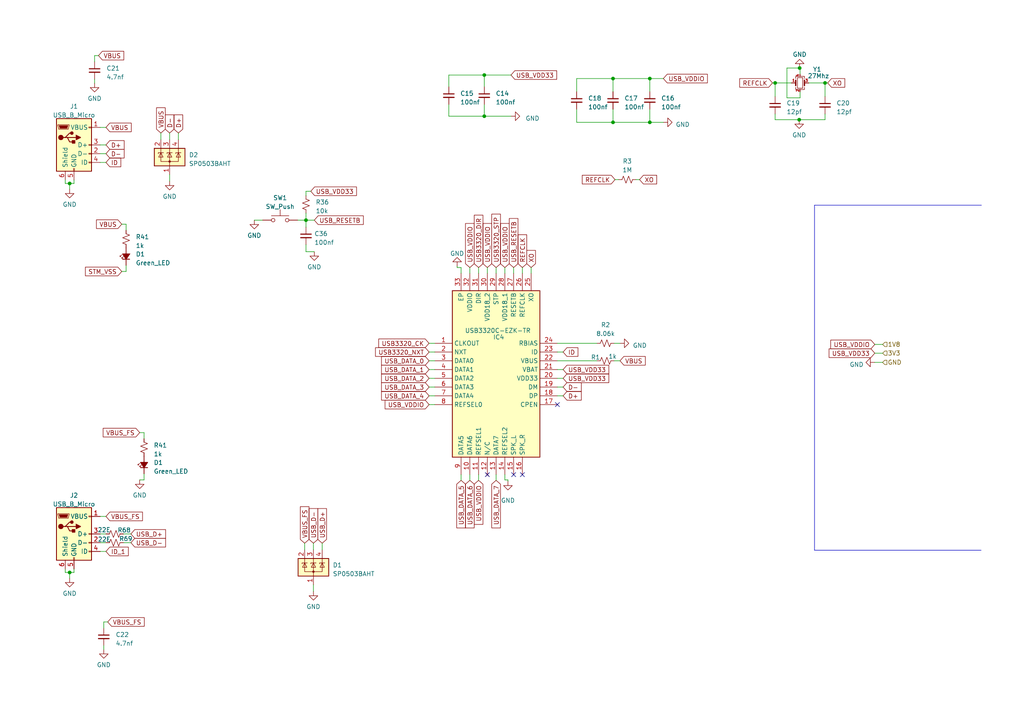
<source format=kicad_sch>
(kicad_sch
	(version 20231120)
	(generator "eeschema")
	(generator_version "8.0")
	(uuid "f03d4b91-08b6-4fe9-8c28-1f8af2147c67")
	(paper "A4")
	(lib_symbols
		(symbol "Connector:USB_B_Micro"
			(pin_names
				(offset 1.016)
			)
			(exclude_from_sim no)
			(in_bom yes)
			(on_board yes)
			(property "Reference" "J"
				(at -5.08 11.43 0)
				(effects
					(font
						(size 1.27 1.27)
					)
					(justify left)
				)
			)
			(property "Value" "USB_B_Micro"
				(at -5.08 8.89 0)
				(effects
					(font
						(size 1.27 1.27)
					)
					(justify left)
				)
			)
			(property "Footprint" ""
				(at 3.81 -1.27 0)
				(effects
					(font
						(size 1.27 1.27)
					)
					(hide yes)
				)
			)
			(property "Datasheet" "~"
				(at 3.81 -1.27 0)
				(effects
					(font
						(size 1.27 1.27)
					)
					(hide yes)
				)
			)
			(property "Description" "USB Micro Type B connector"
				(at 0 0 0)
				(effects
					(font
						(size 1.27 1.27)
					)
					(hide yes)
				)
			)
			(property "ki_keywords" "connector USB micro"
				(at 0 0 0)
				(effects
					(font
						(size 1.27 1.27)
					)
					(hide yes)
				)
			)
			(property "ki_fp_filters" "USB*"
				(at 0 0 0)
				(effects
					(font
						(size 1.27 1.27)
					)
					(hide yes)
				)
			)
			(symbol "USB_B_Micro_0_1"
				(rectangle
					(start -5.08 -7.62)
					(end 5.08 7.62)
					(stroke
						(width 0.254)
						(type default)
					)
					(fill
						(type background)
					)
				)
				(circle
					(center -3.81 2.159)
					(radius 0.635)
					(stroke
						(width 0.254)
						(type default)
					)
					(fill
						(type outline)
					)
				)
				(circle
					(center -0.635 3.429)
					(radius 0.381)
					(stroke
						(width 0.254)
						(type default)
					)
					(fill
						(type outline)
					)
				)
				(rectangle
					(start -0.127 -7.62)
					(end 0.127 -6.858)
					(stroke
						(width 0)
						(type default)
					)
					(fill
						(type none)
					)
				)
				(polyline
					(pts
						(xy -1.905 2.159) (xy 0.635 2.159)
					)
					(stroke
						(width 0.254)
						(type default)
					)
					(fill
						(type none)
					)
				)
				(polyline
					(pts
						(xy -3.175 2.159) (xy -2.54 2.159) (xy -1.27 3.429) (xy -0.635 3.429)
					)
					(stroke
						(width 0.254)
						(type default)
					)
					(fill
						(type none)
					)
				)
				(polyline
					(pts
						(xy -2.54 2.159) (xy -1.905 2.159) (xy -1.27 0.889) (xy 0 0.889)
					)
					(stroke
						(width 0.254)
						(type default)
					)
					(fill
						(type none)
					)
				)
				(polyline
					(pts
						(xy 0.635 2.794) (xy 0.635 1.524) (xy 1.905 2.159) (xy 0.635 2.794)
					)
					(stroke
						(width 0.254)
						(type default)
					)
					(fill
						(type outline)
					)
				)
				(polyline
					(pts
						(xy -4.318 5.588) (xy -1.778 5.588) (xy -2.032 4.826) (xy -4.064 4.826) (xy -4.318 5.588)
					)
					(stroke
						(width 0)
						(type default)
					)
					(fill
						(type outline)
					)
				)
				(polyline
					(pts
						(xy -4.699 5.842) (xy -4.699 5.588) (xy -4.445 4.826) (xy -4.445 4.572) (xy -1.651 4.572) (xy -1.651 4.826)
						(xy -1.397 5.588) (xy -1.397 5.842) (xy -4.699 5.842)
					)
					(stroke
						(width 0)
						(type default)
					)
					(fill
						(type none)
					)
				)
				(rectangle
					(start 0.254 1.27)
					(end -0.508 0.508)
					(stroke
						(width 0.254)
						(type default)
					)
					(fill
						(type outline)
					)
				)
				(rectangle
					(start 5.08 -5.207)
					(end 4.318 -4.953)
					(stroke
						(width 0)
						(type default)
					)
					(fill
						(type none)
					)
				)
				(rectangle
					(start 5.08 -2.667)
					(end 4.318 -2.413)
					(stroke
						(width 0)
						(type default)
					)
					(fill
						(type none)
					)
				)
				(rectangle
					(start 5.08 -0.127)
					(end 4.318 0.127)
					(stroke
						(width 0)
						(type default)
					)
					(fill
						(type none)
					)
				)
				(rectangle
					(start 5.08 4.953)
					(end 4.318 5.207)
					(stroke
						(width 0)
						(type default)
					)
					(fill
						(type none)
					)
				)
			)
			(symbol "USB_B_Micro_1_1"
				(pin power_out line
					(at 7.62 5.08 180)
					(length 2.54)
					(name "VBUS"
						(effects
							(font
								(size 1.27 1.27)
							)
						)
					)
					(number "1"
						(effects
							(font
								(size 1.27 1.27)
							)
						)
					)
				)
				(pin bidirectional line
					(at 7.62 -2.54 180)
					(length 2.54)
					(name "D-"
						(effects
							(font
								(size 1.27 1.27)
							)
						)
					)
					(number "2"
						(effects
							(font
								(size 1.27 1.27)
							)
						)
					)
				)
				(pin bidirectional line
					(at 7.62 0 180)
					(length 2.54)
					(name "D+"
						(effects
							(font
								(size 1.27 1.27)
							)
						)
					)
					(number "3"
						(effects
							(font
								(size 1.27 1.27)
							)
						)
					)
				)
				(pin passive line
					(at 7.62 -5.08 180)
					(length 2.54)
					(name "ID"
						(effects
							(font
								(size 1.27 1.27)
							)
						)
					)
					(number "4"
						(effects
							(font
								(size 1.27 1.27)
							)
						)
					)
				)
				(pin power_out line
					(at 0 -10.16 90)
					(length 2.54)
					(name "GND"
						(effects
							(font
								(size 1.27 1.27)
							)
						)
					)
					(number "5"
						(effects
							(font
								(size 1.27 1.27)
							)
						)
					)
				)
				(pin passive line
					(at -2.54 -10.16 90)
					(length 2.54)
					(name "Shield"
						(effects
							(font
								(size 1.27 1.27)
							)
						)
					)
					(number "6"
						(effects
							(font
								(size 1.27 1.27)
							)
						)
					)
				)
			)
		)
		(symbol "Device:C_Small"
			(pin_numbers hide)
			(pin_names
				(offset 0.254) hide)
			(exclude_from_sim no)
			(in_bom yes)
			(on_board yes)
			(property "Reference" "C"
				(at 0.254 1.778 0)
				(effects
					(font
						(size 1.27 1.27)
					)
					(justify left)
				)
			)
			(property "Value" "C_Small"
				(at 0.254 -2.032 0)
				(effects
					(font
						(size 1.27 1.27)
					)
					(justify left)
				)
			)
			(property "Footprint" ""
				(at 0 0 0)
				(effects
					(font
						(size 1.27 1.27)
					)
					(hide yes)
				)
			)
			(property "Datasheet" "~"
				(at 0 0 0)
				(effects
					(font
						(size 1.27 1.27)
					)
					(hide yes)
				)
			)
			(property "Description" "Unpolarized capacitor, small symbol"
				(at 0 0 0)
				(effects
					(font
						(size 1.27 1.27)
					)
					(hide yes)
				)
			)
			(property "ki_keywords" "capacitor cap"
				(at 0 0 0)
				(effects
					(font
						(size 1.27 1.27)
					)
					(hide yes)
				)
			)
			(property "ki_fp_filters" "C_*"
				(at 0 0 0)
				(effects
					(font
						(size 1.27 1.27)
					)
					(hide yes)
				)
			)
			(symbol "C_Small_0_1"
				(polyline
					(pts
						(xy -1.524 -0.508) (xy 1.524 -0.508)
					)
					(stroke
						(width 0.3302)
						(type default)
					)
					(fill
						(type none)
					)
				)
				(polyline
					(pts
						(xy -1.524 0.508) (xy 1.524 0.508)
					)
					(stroke
						(width 0.3048)
						(type default)
					)
					(fill
						(type none)
					)
				)
			)
			(symbol "C_Small_1_1"
				(pin passive line
					(at 0 2.54 270)
					(length 2.032)
					(name "~"
						(effects
							(font
								(size 1.27 1.27)
							)
						)
					)
					(number "1"
						(effects
							(font
								(size 1.27 1.27)
							)
						)
					)
				)
				(pin passive line
					(at 0 -2.54 90)
					(length 2.032)
					(name "~"
						(effects
							(font
								(size 1.27 1.27)
							)
						)
					)
					(number "2"
						(effects
							(font
								(size 1.27 1.27)
							)
						)
					)
				)
			)
		)
		(symbol "Device:Crystal_GND24_Small"
			(pin_names
				(offset 1.016) hide)
			(exclude_from_sim no)
			(in_bom yes)
			(on_board yes)
			(property "Reference" "Y"
				(at 1.27 4.445 0)
				(effects
					(font
						(size 1.27 1.27)
					)
					(justify left)
				)
			)
			(property "Value" "Crystal_GND24_Small"
				(at 1.27 2.54 0)
				(effects
					(font
						(size 1.27 1.27)
					)
					(justify left)
				)
			)
			(property "Footprint" ""
				(at 0 0 0)
				(effects
					(font
						(size 1.27 1.27)
					)
					(hide yes)
				)
			)
			(property "Datasheet" "~"
				(at 0 0 0)
				(effects
					(font
						(size 1.27 1.27)
					)
					(hide yes)
				)
			)
			(property "Description" "Four pin crystal, GND on pins 2 and 4, small symbol"
				(at 0 0 0)
				(effects
					(font
						(size 1.27 1.27)
					)
					(hide yes)
				)
			)
			(property "ki_keywords" "quartz ceramic resonator oscillator"
				(at 0 0 0)
				(effects
					(font
						(size 1.27 1.27)
					)
					(hide yes)
				)
			)
			(property "ki_fp_filters" "Crystal*"
				(at 0 0 0)
				(effects
					(font
						(size 1.27 1.27)
					)
					(hide yes)
				)
			)
			(symbol "Crystal_GND24_Small_0_1"
				(rectangle
					(start -0.762 -1.524)
					(end 0.762 1.524)
					(stroke
						(width 0)
						(type default)
					)
					(fill
						(type none)
					)
				)
				(polyline
					(pts
						(xy -1.27 -0.762) (xy -1.27 0.762)
					)
					(stroke
						(width 0.381)
						(type default)
					)
					(fill
						(type none)
					)
				)
				(polyline
					(pts
						(xy 1.27 -0.762) (xy 1.27 0.762)
					)
					(stroke
						(width 0.381)
						(type default)
					)
					(fill
						(type none)
					)
				)
				(polyline
					(pts
						(xy -1.27 -1.27) (xy -1.27 -1.905) (xy 1.27 -1.905) (xy 1.27 -1.27)
					)
					(stroke
						(width 0)
						(type default)
					)
					(fill
						(type none)
					)
				)
				(polyline
					(pts
						(xy -1.27 1.27) (xy -1.27 1.905) (xy 1.27 1.905) (xy 1.27 1.27)
					)
					(stroke
						(width 0)
						(type default)
					)
					(fill
						(type none)
					)
				)
			)
			(symbol "Crystal_GND24_Small_1_1"
				(pin passive line
					(at -2.54 0 0)
					(length 1.27)
					(name "1"
						(effects
							(font
								(size 1.27 1.27)
							)
						)
					)
					(number "1"
						(effects
							(font
								(size 0.762 0.762)
							)
						)
					)
				)
				(pin passive line
					(at 0 -2.54 90)
					(length 0.635)
					(name "2"
						(effects
							(font
								(size 1.27 1.27)
							)
						)
					)
					(number "2"
						(effects
							(font
								(size 0.762 0.762)
							)
						)
					)
				)
				(pin passive line
					(at 2.54 0 180)
					(length 1.27)
					(name "3"
						(effects
							(font
								(size 1.27 1.27)
							)
						)
					)
					(number "3"
						(effects
							(font
								(size 0.762 0.762)
							)
						)
					)
				)
				(pin passive line
					(at 0 2.54 270)
					(length 0.635)
					(name "4"
						(effects
							(font
								(size 1.27 1.27)
							)
						)
					)
					(number "4"
						(effects
							(font
								(size 0.762 0.762)
							)
						)
					)
				)
			)
		)
		(symbol "Device:LED_Small_Filled"
			(pin_numbers hide)
			(pin_names
				(offset 0.254) hide)
			(exclude_from_sim no)
			(in_bom yes)
			(on_board yes)
			(property "Reference" "D"
				(at -1.27 3.175 0)
				(effects
					(font
						(size 1.27 1.27)
					)
					(justify left)
				)
			)
			(property "Value" "LED_Small_Filled"
				(at -4.445 -2.54 0)
				(effects
					(font
						(size 1.27 1.27)
					)
					(justify left)
				)
			)
			(property "Footprint" ""
				(at 0 0 90)
				(effects
					(font
						(size 1.27 1.27)
					)
					(hide yes)
				)
			)
			(property "Datasheet" "~"
				(at 0 0 90)
				(effects
					(font
						(size 1.27 1.27)
					)
					(hide yes)
				)
			)
			(property "Description" "Light emitting diode, small symbol, filled shape"
				(at 0 0 0)
				(effects
					(font
						(size 1.27 1.27)
					)
					(hide yes)
				)
			)
			(property "ki_keywords" "LED diode light-emitting-diode"
				(at 0 0 0)
				(effects
					(font
						(size 1.27 1.27)
					)
					(hide yes)
				)
			)
			(property "ki_fp_filters" "LED* LED_SMD:* LED_THT:*"
				(at 0 0 0)
				(effects
					(font
						(size 1.27 1.27)
					)
					(hide yes)
				)
			)
			(symbol "LED_Small_Filled_0_1"
				(polyline
					(pts
						(xy -0.762 -1.016) (xy -0.762 1.016)
					)
					(stroke
						(width 0.254)
						(type default)
					)
					(fill
						(type none)
					)
				)
				(polyline
					(pts
						(xy 1.016 0) (xy -0.762 0)
					)
					(stroke
						(width 0)
						(type default)
					)
					(fill
						(type none)
					)
				)
				(polyline
					(pts
						(xy 0.762 -1.016) (xy -0.762 0) (xy 0.762 1.016) (xy 0.762 -1.016)
					)
					(stroke
						(width 0.254)
						(type default)
					)
					(fill
						(type outline)
					)
				)
				(polyline
					(pts
						(xy 0 0.762) (xy -0.508 1.27) (xy -0.254 1.27) (xy -0.508 1.27) (xy -0.508 1.016)
					)
					(stroke
						(width 0)
						(type default)
					)
					(fill
						(type none)
					)
				)
				(polyline
					(pts
						(xy 0.508 1.27) (xy 0 1.778) (xy 0.254 1.778) (xy 0 1.778) (xy 0 1.524)
					)
					(stroke
						(width 0)
						(type default)
					)
					(fill
						(type none)
					)
				)
			)
			(symbol "LED_Small_Filled_1_1"
				(pin passive line
					(at -2.54 0 0)
					(length 1.778)
					(name "K"
						(effects
							(font
								(size 1.27 1.27)
							)
						)
					)
					(number "1"
						(effects
							(font
								(size 1.27 1.27)
							)
						)
					)
				)
				(pin passive line
					(at 2.54 0 180)
					(length 1.778)
					(name "A"
						(effects
							(font
								(size 1.27 1.27)
							)
						)
					)
					(number "2"
						(effects
							(font
								(size 1.27 1.27)
							)
						)
					)
				)
			)
		)
		(symbol "Device:R_Small_US"
			(pin_numbers hide)
			(pin_names
				(offset 0.254) hide)
			(exclude_from_sim no)
			(in_bom yes)
			(on_board yes)
			(property "Reference" "R"
				(at 0.762 0.508 0)
				(effects
					(font
						(size 1.27 1.27)
					)
					(justify left)
				)
			)
			(property "Value" "R_Small_US"
				(at 0.762 -1.016 0)
				(effects
					(font
						(size 1.27 1.27)
					)
					(justify left)
				)
			)
			(property "Footprint" ""
				(at 0 0 0)
				(effects
					(font
						(size 1.27 1.27)
					)
					(hide yes)
				)
			)
			(property "Datasheet" "~"
				(at 0 0 0)
				(effects
					(font
						(size 1.27 1.27)
					)
					(hide yes)
				)
			)
			(property "Description" "Resistor, small US symbol"
				(at 0 0 0)
				(effects
					(font
						(size 1.27 1.27)
					)
					(hide yes)
				)
			)
			(property "ki_keywords" "r resistor"
				(at 0 0 0)
				(effects
					(font
						(size 1.27 1.27)
					)
					(hide yes)
				)
			)
			(property "ki_fp_filters" "R_*"
				(at 0 0 0)
				(effects
					(font
						(size 1.27 1.27)
					)
					(hide yes)
				)
			)
			(symbol "R_Small_US_1_1"
				(polyline
					(pts
						(xy 0 0) (xy 1.016 -0.381) (xy 0 -0.762) (xy -1.016 -1.143) (xy 0 -1.524)
					)
					(stroke
						(width 0)
						(type default)
					)
					(fill
						(type none)
					)
				)
				(polyline
					(pts
						(xy 0 1.524) (xy 1.016 1.143) (xy 0 0.762) (xy -1.016 0.381) (xy 0 0)
					)
					(stroke
						(width 0)
						(type default)
					)
					(fill
						(type none)
					)
				)
				(pin passive line
					(at 0 2.54 270)
					(length 1.016)
					(name "~"
						(effects
							(font
								(size 1.27 1.27)
							)
						)
					)
					(number "1"
						(effects
							(font
								(size 1.27 1.27)
							)
						)
					)
				)
				(pin passive line
					(at 0 -2.54 90)
					(length 1.016)
					(name "~"
						(effects
							(font
								(size 1.27 1.27)
							)
						)
					)
					(number "2"
						(effects
							(font
								(size 1.27 1.27)
							)
						)
					)
				)
			)
		)
		(symbol "Power_Protection:SP0503BAHT"
			(pin_names hide)
			(exclude_from_sim no)
			(in_bom yes)
			(on_board yes)
			(property "Reference" "D"
				(at 5.715 2.54 0)
				(effects
					(font
						(size 1.27 1.27)
					)
					(justify left)
				)
			)
			(property "Value" "SP0503BAHT"
				(at 5.715 0.635 0)
				(effects
					(font
						(size 1.27 1.27)
					)
					(justify left)
				)
			)
			(property "Footprint" "Package_TO_SOT_SMD:SOT-143"
				(at 5.715 -1.27 0)
				(effects
					(font
						(size 1.27 1.27)
					)
					(justify left)
					(hide yes)
				)
			)
			(property "Datasheet" "http://www.littelfuse.com/~/media/files/littelfuse/technical%20resources/documents/data%20sheets/sp05xxba.pdf"
				(at 3.175 3.175 0)
				(effects
					(font
						(size 1.27 1.27)
					)
					(hide yes)
				)
			)
			(property "Description" "TVS Diode Array, 5.5V Standoff, 3 Channels, SOT-143 package"
				(at 0 0 0)
				(effects
					(font
						(size 1.27 1.27)
					)
					(hide yes)
				)
			)
			(property "ki_keywords" "usb esd protection suppression transient"
				(at 0 0 0)
				(effects
					(font
						(size 1.27 1.27)
					)
					(hide yes)
				)
			)
			(property "ki_fp_filters" "SOT?143*"
				(at 0 0 0)
				(effects
					(font
						(size 1.27 1.27)
					)
					(hide yes)
				)
			)
			(symbol "SP0503BAHT_0_0"
				(pin passive line
					(at 0 -5.08 90)
					(length 2.54)
					(name "A"
						(effects
							(font
								(size 1.27 1.27)
							)
						)
					)
					(number "1"
						(effects
							(font
								(size 1.27 1.27)
							)
						)
					)
				)
			)
			(symbol "SP0503BAHT_0_1"
				(rectangle
					(start -4.445 2.54)
					(end 4.445 -2.54)
					(stroke
						(width 0.254)
						(type default)
					)
					(fill
						(type background)
					)
				)
				(circle
					(center 0 -1.27)
					(radius 0.254)
					(stroke
						(width 0)
						(type default)
					)
					(fill
						(type outline)
					)
				)
				(polyline
					(pts
						(xy -2.54 2.54) (xy -2.54 1.27)
					)
					(stroke
						(width 0)
						(type default)
					)
					(fill
						(type none)
					)
				)
				(polyline
					(pts
						(xy 0 -1.27) (xy 0 -2.54)
					)
					(stroke
						(width 0)
						(type default)
					)
					(fill
						(type none)
					)
				)
				(polyline
					(pts
						(xy 0 -1.27) (xy 0 1.27)
					)
					(stroke
						(width 0)
						(type default)
					)
					(fill
						(type none)
					)
				)
				(polyline
					(pts
						(xy 0 2.54) (xy 0 1.27)
					)
					(stroke
						(width 0)
						(type default)
					)
					(fill
						(type none)
					)
				)
				(polyline
					(pts
						(xy 0.635 1.27) (xy 0.762 1.27)
					)
					(stroke
						(width 0)
						(type default)
					)
					(fill
						(type none)
					)
				)
				(polyline
					(pts
						(xy 2.54 2.54) (xy 2.54 1.27)
					)
					(stroke
						(width 0)
						(type default)
					)
					(fill
						(type none)
					)
				)
				(polyline
					(pts
						(xy 0.635 1.27) (xy -0.762 1.27) (xy -0.762 1.016)
					)
					(stroke
						(width 0)
						(type default)
					)
					(fill
						(type none)
					)
				)
				(polyline
					(pts
						(xy -3.302 1.016) (xy -3.302 1.27) (xy -1.905 1.27) (xy -1.778 1.27)
					)
					(stroke
						(width 0)
						(type default)
					)
					(fill
						(type none)
					)
				)
				(polyline
					(pts
						(xy -2.54 1.27) (xy -2.54 -1.27) (xy 2.54 -1.27) (xy 2.54 1.27)
					)
					(stroke
						(width 0)
						(type default)
					)
					(fill
						(type none)
					)
				)
				(polyline
					(pts
						(xy -2.54 1.27) (xy -1.905 0) (xy -3.175 0) (xy -2.54 1.27)
					)
					(stroke
						(width 0)
						(type default)
					)
					(fill
						(type none)
					)
				)
				(polyline
					(pts
						(xy 0.635 0) (xy -0.635 0) (xy 0 1.27) (xy 0.635 0)
					)
					(stroke
						(width 0)
						(type default)
					)
					(fill
						(type none)
					)
				)
				(polyline
					(pts
						(xy 1.778 1.016) (xy 1.778 1.27) (xy 3.175 1.27) (xy 3.302 1.27)
					)
					(stroke
						(width 0)
						(type default)
					)
					(fill
						(type none)
					)
				)
				(polyline
					(pts
						(xy 2.54 1.27) (xy 1.905 0) (xy 3.175 0) (xy 2.54 1.27)
					)
					(stroke
						(width 0)
						(type default)
					)
					(fill
						(type none)
					)
				)
			)
			(symbol "SP0503BAHT_1_1"
				(pin passive line
					(at -2.54 5.08 270)
					(length 2.54)
					(name "K"
						(effects
							(font
								(size 1.27 1.27)
							)
						)
					)
					(number "2"
						(effects
							(font
								(size 1.27 1.27)
							)
						)
					)
				)
				(pin passive line
					(at 0 5.08 270)
					(length 2.54)
					(name "K"
						(effects
							(font
								(size 1.27 1.27)
							)
						)
					)
					(number "3"
						(effects
							(font
								(size 1.27 1.27)
							)
						)
					)
				)
				(pin passive line
					(at 2.54 5.08 270)
					(length 2.54)
					(name "K"
						(effects
							(font
								(size 1.27 1.27)
							)
						)
					)
					(number "4"
						(effects
							(font
								(size 1.27 1.27)
							)
						)
					)
				)
			)
		)
		(symbol "Switch:SW_Push"
			(pin_numbers hide)
			(pin_names
				(offset 1.016) hide)
			(exclude_from_sim no)
			(in_bom yes)
			(on_board yes)
			(property "Reference" "SW"
				(at 1.27 2.54 0)
				(effects
					(font
						(size 1.27 1.27)
					)
					(justify left)
				)
			)
			(property "Value" "SW_Push"
				(at 0 -1.524 0)
				(effects
					(font
						(size 1.27 1.27)
					)
				)
			)
			(property "Footprint" ""
				(at 0 5.08 0)
				(effects
					(font
						(size 1.27 1.27)
					)
					(hide yes)
				)
			)
			(property "Datasheet" "~"
				(at 0 5.08 0)
				(effects
					(font
						(size 1.27 1.27)
					)
					(hide yes)
				)
			)
			(property "Description" "Push button switch, generic, two pins"
				(at 0 0 0)
				(effects
					(font
						(size 1.27 1.27)
					)
					(hide yes)
				)
			)
			(property "ki_keywords" "switch normally-open pushbutton push-button"
				(at 0 0 0)
				(effects
					(font
						(size 1.27 1.27)
					)
					(hide yes)
				)
			)
			(symbol "SW_Push_0_1"
				(circle
					(center -2.032 0)
					(radius 0.508)
					(stroke
						(width 0)
						(type default)
					)
					(fill
						(type none)
					)
				)
				(polyline
					(pts
						(xy 0 1.27) (xy 0 3.048)
					)
					(stroke
						(width 0)
						(type default)
					)
					(fill
						(type none)
					)
				)
				(polyline
					(pts
						(xy 2.54 1.27) (xy -2.54 1.27)
					)
					(stroke
						(width 0)
						(type default)
					)
					(fill
						(type none)
					)
				)
				(circle
					(center 2.032 0)
					(radius 0.508)
					(stroke
						(width 0)
						(type default)
					)
					(fill
						(type none)
					)
				)
				(pin passive line
					(at -5.08 0 0)
					(length 2.54)
					(name "1"
						(effects
							(font
								(size 1.27 1.27)
							)
						)
					)
					(number "1"
						(effects
							(font
								(size 1.27 1.27)
							)
						)
					)
				)
				(pin passive line
					(at 5.08 0 180)
					(length 2.54)
					(name "2"
						(effects
							(font
								(size 1.27 1.27)
							)
						)
					)
					(number "2"
						(effects
							(font
								(size 1.27 1.27)
							)
						)
					)
				)
			)
		)
		(symbol "USB3320C-EZK-TR:USB3320C-EZK-TR"
			(exclude_from_sim no)
			(in_bom yes)
			(on_board yes)
			(property "Reference" "IC"
				(at 31.75 20.32 0)
				(effects
					(font
						(size 1.27 1.27)
					)
					(justify left top)
				)
			)
			(property "Value" "USB3320C-EZK-TR"
				(at 31.75 17.78 0)
				(effects
					(font
						(size 1.27 1.27)
					)
					(justify left top)
				)
			)
			(property "Footprint" "QFN50P500X500X100-33N-D"
				(at 31.75 -82.22 0)
				(effects
					(font
						(size 1.27 1.27)
					)
					(justify left top)
					(hide yes)
				)
			)
			(property "Datasheet" "https://datasheet.datasheetarchive.com/originals/distributors/Datasheets_SAMA/55c18b0cf0f4906debadc88918317678.pdf"
				(at 31.75 -182.22 0)
				(effects
					(font
						(size 1.27 1.27)
					)
					(justify left top)
					(hide yes)
				)
			)
			(property "Description" "Highly Integrated Full Featured Hi-Speed USB 2.0 ULPI%D Transceiver"
				(at 0 0 0)
				(effects
					(font
						(size 1.27 1.27)
					)
					(hide yes)
				)
			)
			(property "Height" "1"
				(at 31.75 -382.22 0)
				(effects
					(font
						(size 1.27 1.27)
					)
					(justify left top)
					(hide yes)
				)
			)
			(property "Manufacturer_Name" "Microchip"
				(at 31.75 -482.22 0)
				(effects
					(font
						(size 1.27 1.27)
					)
					(justify left top)
					(hide yes)
				)
			)
			(property "Manufacturer_Part_Number" "USB3320C-EZK-TR"
				(at 31.75 -582.22 0)
				(effects
					(font
						(size 1.27 1.27)
					)
					(justify left top)
					(hide yes)
				)
			)
			(property "Mouser Part Number" "886-USB3320C-EZK-TR"
				(at 31.75 -682.22 0)
				(effects
					(font
						(size 1.27 1.27)
					)
					(justify left top)
					(hide yes)
				)
			)
			(property "Mouser Price/Stock" "https://www.mouser.co.uk/ProductDetail/Microchip-Technology/USB3320C-EZK-TR?qs=pA5MXup5wxFLWWzXkMzUXA%3D%3D"
				(at 31.75 -782.22 0)
				(effects
					(font
						(size 1.27 1.27)
					)
					(justify left top)
					(hide yes)
				)
			)
			(property "Arrow Part Number" "USB3320C-EZK-TR"
				(at 31.75 -882.22 0)
				(effects
					(font
						(size 1.27 1.27)
					)
					(justify left top)
					(hide yes)
				)
			)
			(property "Arrow Price/Stock" "https://www.arrow.com/en/products/usb3320c-ezk-tr/microchip-technology?region=nac"
				(at 31.75 -982.22 0)
				(effects
					(font
						(size 1.27 1.27)
					)
					(justify left top)
					(hide yes)
				)
			)
			(symbol "USB3320C-EZK-TR_1_1"
				(rectangle
					(start 5.08 15.24)
					(end 30.48 -33.02)
					(stroke
						(width 0.254)
						(type default)
					)
					(fill
						(type background)
					)
				)
				(pin passive line
					(at 0 0 0)
					(length 5.08)
					(name "CLKOUT"
						(effects
							(font
								(size 1.27 1.27)
							)
						)
					)
					(number "1"
						(effects
							(font
								(size 1.27 1.27)
							)
						)
					)
				)
				(pin passive line
					(at 10.16 -38.1 90)
					(length 5.08)
					(name "DATA6"
						(effects
							(font
								(size 1.27 1.27)
							)
						)
					)
					(number "10"
						(effects
							(font
								(size 1.27 1.27)
							)
						)
					)
				)
				(pin passive line
					(at 12.7 -38.1 90)
					(length 5.08)
					(name "REFSEL1"
						(effects
							(font
								(size 1.27 1.27)
							)
						)
					)
					(number "11"
						(effects
							(font
								(size 1.27 1.27)
							)
						)
					)
				)
				(pin no_connect line
					(at 15.24 -38.1 90)
					(length 5.08)
					(name "N/C"
						(effects
							(font
								(size 1.27 1.27)
							)
						)
					)
					(number "12"
						(effects
							(font
								(size 1.27 1.27)
							)
						)
					)
				)
				(pin passive line
					(at 17.78 -38.1 90)
					(length 5.08)
					(name "DATA7"
						(effects
							(font
								(size 1.27 1.27)
							)
						)
					)
					(number "13"
						(effects
							(font
								(size 1.27 1.27)
							)
						)
					)
				)
				(pin passive line
					(at 20.32 -38.1 90)
					(length 5.08)
					(name "REFSEL2"
						(effects
							(font
								(size 1.27 1.27)
							)
						)
					)
					(number "14"
						(effects
							(font
								(size 1.27 1.27)
							)
						)
					)
				)
				(pin passive line
					(at 22.86 -38.1 90)
					(length 5.08)
					(name "SPK_L"
						(effects
							(font
								(size 1.27 1.27)
							)
						)
					)
					(number "15"
						(effects
							(font
								(size 1.27 1.27)
							)
						)
					)
				)
				(pin passive line
					(at 25.4 -38.1 90)
					(length 5.08)
					(name "SPK_R"
						(effects
							(font
								(size 1.27 1.27)
							)
						)
					)
					(number "16"
						(effects
							(font
								(size 1.27 1.27)
							)
						)
					)
				)
				(pin passive line
					(at 35.56 -17.78 180)
					(length 5.08)
					(name "CPEN"
						(effects
							(font
								(size 1.27 1.27)
							)
						)
					)
					(number "17"
						(effects
							(font
								(size 1.27 1.27)
							)
						)
					)
				)
				(pin passive line
					(at 35.56 -15.24 180)
					(length 5.08)
					(name "DP"
						(effects
							(font
								(size 1.27 1.27)
							)
						)
					)
					(number "18"
						(effects
							(font
								(size 1.27 1.27)
							)
						)
					)
				)
				(pin passive line
					(at 35.56 -12.7 180)
					(length 5.08)
					(name "DM"
						(effects
							(font
								(size 1.27 1.27)
							)
						)
					)
					(number "19"
						(effects
							(font
								(size 1.27 1.27)
							)
						)
					)
				)
				(pin passive line
					(at 0 -2.54 0)
					(length 5.08)
					(name "NXT"
						(effects
							(font
								(size 1.27 1.27)
							)
						)
					)
					(number "2"
						(effects
							(font
								(size 1.27 1.27)
							)
						)
					)
				)
				(pin passive line
					(at 35.56 -10.16 180)
					(length 5.08)
					(name "VDD33"
						(effects
							(font
								(size 1.27 1.27)
							)
						)
					)
					(number "20"
						(effects
							(font
								(size 1.27 1.27)
							)
						)
					)
				)
				(pin passive line
					(at 35.56 -7.62 180)
					(length 5.08)
					(name "VBAT"
						(effects
							(font
								(size 1.27 1.27)
							)
						)
					)
					(number "21"
						(effects
							(font
								(size 1.27 1.27)
							)
						)
					)
				)
				(pin passive line
					(at 35.56 -5.08 180)
					(length 5.08)
					(name "VBUS"
						(effects
							(font
								(size 1.27 1.27)
							)
						)
					)
					(number "22"
						(effects
							(font
								(size 1.27 1.27)
							)
						)
					)
				)
				(pin passive line
					(at 35.56 -2.54 180)
					(length 5.08)
					(name "ID"
						(effects
							(font
								(size 1.27 1.27)
							)
						)
					)
					(number "23"
						(effects
							(font
								(size 1.27 1.27)
							)
						)
					)
				)
				(pin passive line
					(at 35.56 0 180)
					(length 5.08)
					(name "RBIAS"
						(effects
							(font
								(size 1.27 1.27)
							)
						)
					)
					(number "24"
						(effects
							(font
								(size 1.27 1.27)
							)
						)
					)
				)
				(pin passive line
					(at 27.94 20.32 270)
					(length 5.08)
					(name "XO"
						(effects
							(font
								(size 1.27 1.27)
							)
						)
					)
					(number "25"
						(effects
							(font
								(size 1.27 1.27)
							)
						)
					)
				)
				(pin passive line
					(at 25.4 20.32 270)
					(length 5.08)
					(name "REFCLK"
						(effects
							(font
								(size 1.27 1.27)
							)
						)
					)
					(number "26"
						(effects
							(font
								(size 1.27 1.27)
							)
						)
					)
				)
				(pin passive line
					(at 22.86 20.32 270)
					(length 5.08)
					(name "RESETB"
						(effects
							(font
								(size 1.27 1.27)
							)
						)
					)
					(number "27"
						(effects
							(font
								(size 1.27 1.27)
							)
						)
					)
				)
				(pin passive line
					(at 20.32 20.32 270)
					(length 5.08)
					(name "VDD18_1"
						(effects
							(font
								(size 1.27 1.27)
							)
						)
					)
					(number "28"
						(effects
							(font
								(size 1.27 1.27)
							)
						)
					)
				)
				(pin passive line
					(at 17.78 20.32 270)
					(length 5.08)
					(name "STP"
						(effects
							(font
								(size 1.27 1.27)
							)
						)
					)
					(number "29"
						(effects
							(font
								(size 1.27 1.27)
							)
						)
					)
				)
				(pin passive line
					(at 0 -5.08 0)
					(length 5.08)
					(name "DATA0"
						(effects
							(font
								(size 1.27 1.27)
							)
						)
					)
					(number "3"
						(effects
							(font
								(size 1.27 1.27)
							)
						)
					)
				)
				(pin passive line
					(at 15.24 20.32 270)
					(length 5.08)
					(name "VDD18_2"
						(effects
							(font
								(size 1.27 1.27)
							)
						)
					)
					(number "30"
						(effects
							(font
								(size 1.27 1.27)
							)
						)
					)
				)
				(pin passive line
					(at 12.7 20.32 270)
					(length 5.08)
					(name "DIR"
						(effects
							(font
								(size 1.27 1.27)
							)
						)
					)
					(number "31"
						(effects
							(font
								(size 1.27 1.27)
							)
						)
					)
				)
				(pin passive line
					(at 10.16 20.32 270)
					(length 5.08)
					(name "VDDIO"
						(effects
							(font
								(size 1.27 1.27)
							)
						)
					)
					(number "32"
						(effects
							(font
								(size 1.27 1.27)
							)
						)
					)
				)
				(pin passive line
					(at 7.62 20.32 270)
					(length 5.08)
					(name "EP"
						(effects
							(font
								(size 1.27 1.27)
							)
						)
					)
					(number "33"
						(effects
							(font
								(size 1.27 1.27)
							)
						)
					)
				)
				(pin passive line
					(at 0 -7.62 0)
					(length 5.08)
					(name "DATA1"
						(effects
							(font
								(size 1.27 1.27)
							)
						)
					)
					(number "4"
						(effects
							(font
								(size 1.27 1.27)
							)
						)
					)
				)
				(pin passive line
					(at 0 -10.16 0)
					(length 5.08)
					(name "DATA2"
						(effects
							(font
								(size 1.27 1.27)
							)
						)
					)
					(number "5"
						(effects
							(font
								(size 1.27 1.27)
							)
						)
					)
				)
				(pin passive line
					(at 0 -12.7 0)
					(length 5.08)
					(name "DATA3"
						(effects
							(font
								(size 1.27 1.27)
							)
						)
					)
					(number "6"
						(effects
							(font
								(size 1.27 1.27)
							)
						)
					)
				)
				(pin passive line
					(at 0 -15.24 0)
					(length 5.08)
					(name "DATA4"
						(effects
							(font
								(size 1.27 1.27)
							)
						)
					)
					(number "7"
						(effects
							(font
								(size 1.27 1.27)
							)
						)
					)
				)
				(pin passive line
					(at 0 -17.78 0)
					(length 5.08)
					(name "REFSEL0"
						(effects
							(font
								(size 1.27 1.27)
							)
						)
					)
					(number "8"
						(effects
							(font
								(size 1.27 1.27)
							)
						)
					)
				)
				(pin passive line
					(at 7.62 -38.1 90)
					(length 5.08)
					(name "DATA5"
						(effects
							(font
								(size 1.27 1.27)
							)
						)
					)
					(number "9"
						(effects
							(font
								(size 1.27 1.27)
							)
						)
					)
				)
			)
		)
		(symbol "power:GND"
			(power)
			(pin_names
				(offset 0)
			)
			(exclude_from_sim no)
			(in_bom yes)
			(on_board yes)
			(property "Reference" "#PWR"
				(at 0 -6.35 0)
				(effects
					(font
						(size 1.27 1.27)
					)
					(hide yes)
				)
			)
			(property "Value" "GND"
				(at 0 -3.81 0)
				(effects
					(font
						(size 1.27 1.27)
					)
				)
			)
			(property "Footprint" ""
				(at 0 0 0)
				(effects
					(font
						(size 1.27 1.27)
					)
					(hide yes)
				)
			)
			(property "Datasheet" ""
				(at 0 0 0)
				(effects
					(font
						(size 1.27 1.27)
					)
					(hide yes)
				)
			)
			(property "Description" "Power symbol creates a global label with name \"GND\" , ground"
				(at 0 0 0)
				(effects
					(font
						(size 1.27 1.27)
					)
					(hide yes)
				)
			)
			(property "ki_keywords" "global power"
				(at 0 0 0)
				(effects
					(font
						(size 1.27 1.27)
					)
					(hide yes)
				)
			)
			(symbol "GND_0_1"
				(polyline
					(pts
						(xy 0 0) (xy 0 -1.27) (xy 1.27 -1.27) (xy 0 -2.54) (xy -1.27 -1.27) (xy 0 -1.27)
					)
					(stroke
						(width 0)
						(type default)
					)
					(fill
						(type none)
					)
				)
			)
			(symbol "GND_1_1"
				(pin power_in line
					(at 0 0 270)
					(length 0) hide
					(name "GND"
						(effects
							(font
								(size 1.27 1.27)
							)
						)
					)
					(number "1"
						(effects
							(font
								(size 1.27 1.27)
							)
						)
					)
				)
			)
		)
	)
	(junction
		(at 188.468 22.7838)
		(diameter 0)
		(color 0 0 0 0)
		(uuid "1b009355-d914-4e9e-bf23-771ca432a126")
	)
	(junction
		(at 140.462 21.7678)
		(diameter 0)
		(color 0 0 0 0)
		(uuid "1b42bf4f-790d-4eb8-a873-7ff9fba86030")
	)
	(junction
		(at 239.2934 24.0538)
		(diameter 0)
		(color 0 0 0 0)
		(uuid "1feeec76-c2c6-4514-90e3-dbbdb801d2d4")
	)
	(junction
		(at 231.9274 19.7358)
		(diameter 0)
		(color 0 0 0 0)
		(uuid "46a7a346-2a1d-4135-bf84-fbe416c88591")
	)
	(junction
		(at 188.468 35.4838)
		(diameter 0)
		(color 0 0 0 0)
		(uuid "49085e39-9f57-44ad-91b6-566405caa11b")
	)
	(junction
		(at 177.8 35.4838)
		(diameter 0)
		(color 0 0 0 0)
		(uuid "61722d6f-3a1f-48ce-a9a4-211018fe5f71")
	)
	(junction
		(at 140.462 33.7058)
		(diameter 0)
		(color 0 0 0 0)
		(uuid "63790223-3c73-43f1-91eb-3adff6de609c")
	)
	(junction
		(at 20.193 53.213)
		(diameter 0)
		(color 0 0 0 0)
		(uuid "761d2be6-2c9d-4bb9-bc6f-3c24d8ef807f")
	)
	(junction
		(at 231.8004 34.7218)
		(diameter 0)
		(color 0 0 0 0)
		(uuid "9e784082-bddf-4e20-8b12-57111614e0e3")
	)
	(junction
		(at 20.193 166.0398)
		(diameter 0)
		(color 0 0 0 0)
		(uuid "af4b5f60-f682-4554-a94b-e7fa4a03472d")
	)
	(junction
		(at 224.8154 24.0538)
		(diameter 0)
		(color 0 0 0 0)
		(uuid "b2f327c4-3e10-44c2-af90-880f3349c068")
	)
	(junction
		(at 88.7476 63.8556)
		(diameter 0)
		(color 0 0 0 0)
		(uuid "c309f109-dc8e-4321-a702-89bdc21e7830")
	)
	(junction
		(at 177.8 22.7838)
		(diameter 0)
		(color 0 0 0 0)
		(uuid "f8cb3257-1e58-46c5-aa27-6bb91564cfa7")
	)
	(no_connect
		(at 141.351 137.668)
		(uuid "ad3b4772-373b-45b8-843e-57d61c939402")
	)
	(no_connect
		(at 161.671 117.348)
		(uuid "cd1f0ba6-e58a-47af-a2fc-ea4147f715f8")
	)
	(no_connect
		(at 148.971 137.668)
		(uuid "fb3046b1-90e4-484d-a4ba-2352c76e1f8e")
	)
	(no_connect
		(at 151.511 137.668)
		(uuid "fbd10e3e-1c3d-49ee-b0c7-f8bc356df487")
	)
	(wire
		(pts
			(xy 151.511 79.248) (xy 151.511 77.597)
		)
		(stroke
			(width 0)
			(type default)
		)
		(uuid "006ffd81-3ede-4b98-b5b7-964aa2b12e99")
	)
	(wire
		(pts
			(xy 161.671 109.728) (xy 163.322 109.728)
		)
		(stroke
			(width 0)
			(type default)
		)
		(uuid "03fda55e-3f0b-440d-848b-d05b882a00bc")
	)
	(wire
		(pts
			(xy 192.405 35.4838) (xy 188.468 35.4838)
		)
		(stroke
			(width 0)
			(type default)
		)
		(uuid "0433c426-4670-4c27-a023-c51e8a28cedd")
	)
	(wire
		(pts
			(xy 30.099 187.2488) (xy 30.099 188.3918)
		)
		(stroke
			(width 0)
			(type default)
		)
		(uuid "0592b316-828e-443b-8fbc-cf3981c22de8")
	)
	(wire
		(pts
			(xy 88.7476 65.8876) (xy 88.7476 63.8556)
		)
		(stroke
			(width 0)
			(type default)
		)
		(uuid "06cfb8c5-3f91-4bd3-8591-1157981e088f")
	)
	(wire
		(pts
			(xy 21.463 53.213) (xy 21.463 52.197)
		)
		(stroke
			(width 0)
			(type default)
		)
		(uuid "07d35697-3bef-4597-a9dc-a8edd1343f6e")
	)
	(wire
		(pts
			(xy 18.923 165.0238) (xy 18.923 166.0398)
		)
		(stroke
			(width 0)
			(type default)
		)
		(uuid "0834228f-0d2a-4f6f-94e9-eb5ab3fd03b3")
	)
	(wire
		(pts
			(xy 253.7206 102.4382) (xy 256.0066 102.4382)
		)
		(stroke
			(width 0)
			(type default)
		)
		(uuid "09a8f672-1379-4986-947d-541eee7b44e8")
	)
	(wire
		(pts
			(xy 27.432 16.129) (xy 27.432 17.907)
		)
		(stroke
			(width 0)
			(type default)
		)
		(uuid "0b2b812a-7663-40df-862b-34282a3dd1f0")
	)
	(wire
		(pts
			(xy 20.193 53.213) (xy 21.463 53.213)
		)
		(stroke
			(width 0)
			(type default)
		)
		(uuid "0e2b84fd-1fbb-4b3a-8d9e-73b74a5d9187")
	)
	(wire
		(pts
			(xy 49.1998 52.5526) (xy 49.1998 50.6476)
		)
		(stroke
			(width 0)
			(type default)
		)
		(uuid "12830940-9a71-4952-aff3-f44abad02e2a")
	)
	(wire
		(pts
			(xy 40.513 139.192) (xy 41.783 139.192)
		)
		(stroke
			(width 0)
			(type default)
		)
		(uuid "1383a6ff-0bda-4629-b702-25af0cb657e7")
	)
	(wire
		(pts
			(xy 90.9066 159.4612) (xy 90.9066 157.5562)
		)
		(stroke
			(width 0)
			(type default)
		)
		(uuid "15b10276-b2ea-4f5c-9034-f5975a43e95f")
	)
	(wire
		(pts
			(xy 35.306 78.74) (xy 36.576 78.74)
		)
		(stroke
			(width 0)
			(type default)
		)
		(uuid "1786f7ec-c002-4972-93ff-cb2bcb066108")
	)
	(wire
		(pts
			(xy 41.783 125.476) (xy 41.783 127.254)
		)
		(stroke
			(width 0)
			(type default)
		)
		(uuid "1a4fa747-e5cb-4c84-857e-fb81ae710281")
	)
	(wire
		(pts
			(xy 27.432 22.987) (xy 27.432 24.13)
		)
		(stroke
			(width 0)
			(type default)
		)
		(uuid "1acb9926-02c7-4593-b8eb-ceb7657c4d88")
	)
	(wire
		(pts
			(xy 178.3842 52.0954) (xy 179.4002 52.0954)
		)
		(stroke
			(width 0)
			(type default)
		)
		(uuid "1bfac471-b647-4c1b-b5f7-e960e5f95914")
	)
	(wire
		(pts
			(xy 20.193 166.0398) (xy 21.463 166.0398)
		)
		(stroke
			(width 0)
			(type default)
		)
		(uuid "21636c8b-45aa-4f98-9ef9-341d2fd5f8db")
	)
	(wire
		(pts
			(xy 130.175 33.7058) (xy 140.462 33.7058)
		)
		(stroke
			(width 0)
			(type default)
		)
		(uuid "24553e51-9cc3-433c-996f-8547bcd0bccf")
	)
	(wire
		(pts
			(xy 124.46 107.188) (xy 126.111 107.188)
		)
		(stroke
			(width 0)
			(type default)
		)
		(uuid "254c9690-5d54-46ad-a7c5-d34709ecd56a")
	)
	(wire
		(pts
			(xy 146.431 139.192) (xy 146.431 137.668)
		)
		(stroke
			(width 0)
			(type default)
		)
		(uuid "25b6c6c8-8b81-4f53-9af2-f9d934b79d14")
	)
	(wire
		(pts
			(xy 143.891 139.319) (xy 143.891 137.668)
		)
		(stroke
			(width 0)
			(type default)
		)
		(uuid "25cd8af0-cb7f-465c-b625-0e4bc05a0534")
	)
	(wire
		(pts
			(xy 130.175 21.7678) (xy 130.175 25.1968)
		)
		(stroke
			(width 0)
			(type default)
		)
		(uuid "260969e6-d461-4d83-b043-4fc7573c4a8f")
	)
	(wire
		(pts
			(xy 35.814 154.8638) (xy 37.973 154.8638)
		)
		(stroke
			(width 0)
			(type default)
		)
		(uuid "2656197e-62fa-4ac3-b1d5-9cb52b5ccc2a")
	)
	(wire
		(pts
			(xy 130.175 30.2768) (xy 130.175 33.7058)
		)
		(stroke
			(width 0)
			(type default)
		)
		(uuid "2811fd92-a6e0-4665-b257-c4f1134deddb")
	)
	(wire
		(pts
			(xy 143.891 79.248) (xy 143.891 77.597)
		)
		(stroke
			(width 0)
			(type default)
		)
		(uuid "28a3152c-91ba-4a01-bd3f-aecaa0f36205")
	)
	(wire
		(pts
			(xy 29.083 154.8638) (xy 30.734 154.8638)
		)
		(stroke
			(width 0)
			(type default)
		)
		(uuid "2a4b503f-f85c-4f5f-b4fc-f640c7a81d2f")
	)
	(wire
		(pts
			(xy 148.209 21.7678) (xy 140.462 21.7678)
		)
		(stroke
			(width 0)
			(type default)
		)
		(uuid "2be592be-51a1-4324-90ba-ceb3e86057c7")
	)
	(wire
		(pts
			(xy 228.2444 28.3718) (xy 232.0544 28.3718)
		)
		(stroke
			(width 0)
			(type default)
		)
		(uuid "2f1b3218-db23-4b19-aaf1-0c047c2cafc0")
	)
	(wire
		(pts
			(xy 140.462 21.7678) (xy 130.175 21.7678)
		)
		(stroke
			(width 0)
			(type default)
		)
		(uuid "2f8b49b3-07c6-46ec-a315-fd8ae2a9188d")
	)
	(wire
		(pts
			(xy 154.051 79.248) (xy 154.051 77.597)
		)
		(stroke
			(width 0)
			(type default)
		)
		(uuid "31821971-8de9-4782-b6b3-40738d2f1dcc")
	)
	(wire
		(pts
			(xy 232.0544 28.3718) (xy 232.0544 26.5938)
		)
		(stroke
			(width 0)
			(type default)
		)
		(uuid "32572d1a-086e-4b80-8189-c1f87951c2ed")
	)
	(wire
		(pts
			(xy 224.8154 24.0538) (xy 224.8154 27.9908)
		)
		(stroke
			(width 0)
			(type default)
		)
		(uuid "3318f2aa-6767-43a3-adfa-d168695fdc1c")
	)
	(wire
		(pts
			(xy 177.8 35.4838) (xy 188.468 35.4838)
		)
		(stroke
			(width 0)
			(type default)
		)
		(uuid "34e63a34-81f6-4abf-894e-da09a67f9f42")
	)
	(wire
		(pts
			(xy 141.351 79.248) (xy 141.351 77.597)
		)
		(stroke
			(width 0)
			(type default)
		)
		(uuid "371c2255-c6df-4d93-bf34-51f0c3858b9e")
	)
	(wire
		(pts
			(xy 161.671 107.188) (xy 163.322 107.188)
		)
		(stroke
			(width 0)
			(type default)
		)
		(uuid "37f833e5-c429-47f7-9e11-7a049e035adb")
	)
	(wire
		(pts
			(xy 49.1998 40.4876) (xy 49.1998 38.5826)
		)
		(stroke
			(width 0)
			(type default)
		)
		(uuid "3bf35180-f38b-4bef-8879-f9a0f73005cf")
	)
	(wire
		(pts
			(xy 224.0534 24.0538) (xy 224.8154 24.0538)
		)
		(stroke
			(width 0)
			(type default)
		)
		(uuid "3e75cf6f-d8c6-4c08-8f10-ef13aaf6b2be")
	)
	(wire
		(pts
			(xy 29.083 159.9438) (xy 30.734 159.9438)
		)
		(stroke
			(width 0)
			(type default)
		)
		(uuid "3f269245-67cf-4310-b963-484673626fa8")
	)
	(wire
		(pts
			(xy 161.671 114.808) (xy 163.322 114.808)
		)
		(stroke
			(width 0)
			(type default)
		)
		(uuid "3f6352ea-75ce-41c3-94c5-85c35d590ea7")
	)
	(wire
		(pts
			(xy 239.2934 24.0538) (xy 239.2934 27.9908)
		)
		(stroke
			(width 0)
			(type default)
		)
		(uuid "44d260ac-eb75-4491-ac37-bc18c2dc9ca3")
	)
	(wire
		(pts
			(xy 31.242 180.3908) (xy 30.099 180.3908)
		)
		(stroke
			(width 0)
			(type default)
		)
		(uuid "45f03e38-d3e4-46aa-9e08-fb8b65fb1f9f")
	)
	(wire
		(pts
			(xy 124.46 114.808) (xy 126.111 114.808)
		)
		(stroke
			(width 0)
			(type default)
		)
		(uuid "462a9926-ae4e-42d9-a21d-843fec962aca")
	)
	(wire
		(pts
			(xy 20.193 54.864) (xy 20.193 53.213)
		)
		(stroke
			(width 0)
			(type default)
		)
		(uuid "4a10342c-e3b2-41a2-acf7-e211a9c5c114")
	)
	(wire
		(pts
			(xy 46.6598 40.4876) (xy 46.6598 38.5826)
		)
		(stroke
			(width 0)
			(type default)
		)
		(uuid "4be7b9bb-305e-49ff-83c2-6d088dd2e987")
	)
	(wire
		(pts
			(xy 232.0544 19.7358) (xy 231.9274 19.7358)
		)
		(stroke
			(width 0)
			(type default)
		)
		(uuid "4c179ba6-57cc-4527-a031-d5150df202cf")
	)
	(wire
		(pts
			(xy 36.576 76.962) (xy 36.576 78.74)
		)
		(stroke
			(width 0)
			(type default)
		)
		(uuid "4da7e661-ffb1-4189-a18f-4aae2b0098a9")
	)
	(wire
		(pts
			(xy 167.259 22.7838) (xy 167.259 26.5938)
		)
		(stroke
			(width 0)
			(type default)
		)
		(uuid "4f032103-16e3-461e-acbc-2d81013cd2ed")
	)
	(wire
		(pts
			(xy 140.462 21.7678) (xy 140.462 25.1968)
		)
		(stroke
			(width 0)
			(type default)
		)
		(uuid "4feec128-23a1-4b2c-a719-888c544baa4c")
	)
	(wire
		(pts
			(xy 18.923 53.213) (xy 20.193 53.213)
		)
		(stroke
			(width 0)
			(type default)
		)
		(uuid "5323d2fe-033a-477a-9882-43395d98f14f")
	)
	(wire
		(pts
			(xy 188.468 31.6738) (xy 188.468 35.4838)
		)
		(stroke
			(width 0)
			(type default)
		)
		(uuid "545914cd-5444-4add-bdc4-e24aa99a21a0")
	)
	(wire
		(pts
			(xy 86.3346 63.8556) (xy 88.7476 63.8556)
		)
		(stroke
			(width 0)
			(type default)
		)
		(uuid "567a5c08-3445-4774-8266-a45f23ca09ae")
	)
	(wire
		(pts
			(xy 29.083 36.957) (xy 30.734 36.957)
		)
		(stroke
			(width 0)
			(type default)
		)
		(uuid "56a61c07-dd94-4538-99a8-aaab8782d4b4")
	)
	(wire
		(pts
			(xy 88.7476 56.7436) (xy 88.7476 55.4736)
		)
		(stroke
			(width 0)
			(type default)
		)
		(uuid "5a26d94d-fa68-4fd9-adcb-582f3b77510e")
	)
	(wire
		(pts
			(xy 161.671 99.568) (xy 173.101 99.568)
		)
		(stroke
			(width 0)
			(type default)
		)
		(uuid "5fb144fe-61db-44da-b509-92941b9378d9")
	)
	(wire
		(pts
			(xy 188.468 22.7838) (xy 177.8 22.7838)
		)
		(stroke
			(width 0)
			(type default)
		)
		(uuid "5fcd3552-fc0f-4f5a-99c4-429562596644")
	)
	(wire
		(pts
			(xy 146.431 79.248) (xy 146.431 77.597)
		)
		(stroke
			(width 0)
			(type default)
		)
		(uuid "609aec04-fc2b-4d17-b401-5ebaaca542de")
	)
	(wire
		(pts
			(xy 90.9066 171.5262) (xy 90.9066 169.6212)
		)
		(stroke
			(width 0)
			(type default)
		)
		(uuid "66cc7cd8-b205-4f46-9a16-0d091e4b7738")
	)
	(wire
		(pts
			(xy 132.588 77.216) (xy 132.588 77.597)
		)
		(stroke
			(width 0)
			(type default)
		)
		(uuid "676f7829-86c0-4ffd-a53d-05d0690ec6f2")
	)
	(wire
		(pts
			(xy 188.468 22.7838) (xy 188.468 26.5938)
		)
		(stroke
			(width 0)
			(type default)
		)
		(uuid "69625805-047e-4194-91b0-12f0ef363f7b")
	)
	(wire
		(pts
			(xy 18.923 52.197) (xy 18.923 53.213)
		)
		(stroke
			(width 0)
			(type default)
		)
		(uuid "6fefcb2e-98d8-4fb6-a194-afa29e2a2f35")
	)
	(wire
		(pts
			(xy 35.814 157.4038) (xy 37.973 157.4038)
		)
		(stroke
			(width 0)
			(type default)
		)
		(uuid "6ff627fd-8753-45ff-8abc-c3d01ed88a4e")
	)
	(wire
		(pts
			(xy 29.083 44.577) (xy 30.734 44.577)
		)
		(stroke
			(width 0)
			(type default)
		)
		(uuid "700b40ac-fb9f-40ce-8ad5-a3594965e6b1")
	)
	(wire
		(pts
			(xy 88.7476 63.8556) (xy 91.1606 63.8556)
		)
		(stroke
			(width 0)
			(type default)
		)
		(uuid "73b8d2ec-1485-488c-9058-ff7c54f96031")
	)
	(wire
		(pts
			(xy 133.731 79.248) (xy 133.731 77.597)
		)
		(stroke
			(width 0)
			(type default)
		)
		(uuid "74cf6909-d938-4e8b-af1f-973578cb4920")
	)
	(wire
		(pts
			(xy 136.271 79.248) (xy 136.271 77.597)
		)
		(stroke
			(width 0)
			(type default)
		)
		(uuid "7882985e-dba3-4a43-acba-54cb85523318")
	)
	(wire
		(pts
			(xy 73.7616 63.8556) (xy 76.1746 63.8556)
		)
		(stroke
			(width 0)
			(type default)
		)
		(uuid "7c6c8d4f-fd83-48d5-8368-72ab79385fea")
	)
	(wire
		(pts
			(xy 124.46 117.348) (xy 126.111 117.348)
		)
		(stroke
			(width 0)
			(type default)
		)
		(uuid "82fcbf09-1efd-44ea-b7ad-a2c0e3f10188")
	)
	(wire
		(pts
			(xy 124.46 109.728) (xy 126.111 109.728)
		)
		(stroke
			(width 0)
			(type default)
		)
		(uuid "87409e50-ff0c-4a16-b376-c8dfa8bdf28b")
	)
	(wire
		(pts
			(xy 132.588 77.597) (xy 133.731 77.597)
		)
		(stroke
			(width 0)
			(type default)
		)
		(uuid "88423671-5608-4ee9-9986-496c86fa2712")
	)
	(wire
		(pts
			(xy 30.099 180.3908) (xy 30.099 182.1688)
		)
		(stroke
			(width 0)
			(type default)
		)
		(uuid "8d12bd06-39a0-4937-b836-42979f25d2ca")
	)
	(wire
		(pts
			(xy 239.2934 24.0538) (xy 240.0554 24.0538)
		)
		(stroke
			(width 0)
			(type default)
		)
		(uuid "915d6623-14be-4ffa-b9a2-fda6dc665d3a")
	)
	(wire
		(pts
			(xy 29.083 47.117) (xy 30.734 47.117)
		)
		(stroke
			(width 0)
			(type default)
		)
		(uuid "918c8276-47a2-4ccf-a7c5-b5ed12ca243a")
	)
	(wire
		(pts
			(xy 232.0544 21.5138) (xy 232.0544 19.7358)
		)
		(stroke
			(width 0)
			(type default)
		)
		(uuid "925e3744-2885-4395-8ef1-dc6416376908")
	)
	(wire
		(pts
			(xy 177.8 31.6738) (xy 177.8 35.4838)
		)
		(stroke
			(width 0)
			(type default)
		)
		(uuid "937847f0-83af-40b0-9c17-e36d1203c682")
	)
	(wire
		(pts
			(xy 228.2444 19.7358) (xy 228.2444 28.3718)
		)
		(stroke
			(width 0)
			(type default)
		)
		(uuid "9788eb90-d4de-4fc2-a32a-2aad0059dc72")
	)
	(wire
		(pts
			(xy 177.8 22.7838) (xy 167.259 22.7838)
		)
		(stroke
			(width 0)
			(type default)
		)
		(uuid "9b8c47b9-f883-442a-9d0d-edce964b84d1")
	)
	(wire
		(pts
			(xy 36.576 65.024) (xy 36.576 66.802)
		)
		(stroke
			(width 0)
			(type default)
		)
		(uuid "9c9a929a-0e72-49a8-8fc9-423e4b43d38c")
	)
	(wire
		(pts
			(xy 167.259 31.6738) (xy 167.259 35.4838)
		)
		(stroke
			(width 0)
			(type default)
		)
		(uuid "9ea0f6c1-82ac-4bd6-9c29-693dc334f291")
	)
	(wire
		(pts
			(xy 167.259 35.4838) (xy 177.8 35.4838)
		)
		(stroke
			(width 0)
			(type default)
		)
		(uuid "a21b31ba-30af-4a29-a1ce-61408ada8bfc")
	)
	(wire
		(pts
			(xy 161.671 112.268) (xy 163.322 112.268)
		)
		(stroke
			(width 0)
			(type default)
		)
		(uuid "a2302768-e6ad-4345-95da-349b4dbcbded")
	)
	(wire
		(pts
			(xy 136.271 139.319) (xy 136.271 137.668)
		)
		(stroke
			(width 0)
			(type default)
		)
		(uuid "a429f0fc-0d1c-421c-a12b-3ffbb27015a7")
	)
	(wire
		(pts
			(xy 161.671 104.648) (xy 173.101 104.648)
		)
		(stroke
			(width 0)
			(type default)
		)
		(uuid "a828b95f-a5b7-4af1-917e-c5b3a1da1dcd")
	)
	(wire
		(pts
			(xy 224.8154 33.0708) (xy 224.8154 34.7218)
		)
		(stroke
			(width 0)
			(type default)
		)
		(uuid "a84bc536-39b5-40b0-b7ad-3881ea4ed36c")
	)
	(wire
		(pts
			(xy 20.193 167.6908) (xy 20.193 166.0398)
		)
		(stroke
			(width 0)
			(type default)
		)
		(uuid "a87a87d4-6680-4ebb-a447-8a93f85a1e10")
	)
	(wire
		(pts
			(xy 231.8004 34.7218) (xy 239.2934 34.7218)
		)
		(stroke
			(width 0)
			(type default)
		)
		(uuid "a90df8eb-7884-4ec0-9d21-ce60c227fbc2")
	)
	(wire
		(pts
			(xy 18.923 166.0398) (xy 20.193 166.0398)
		)
		(stroke
			(width 0)
			(type default)
		)
		(uuid "aa227ef3-b987-4452-a6fa-5c10cf797d18")
	)
	(wire
		(pts
			(xy 253.7206 99.8982) (xy 256.0066 99.8982)
		)
		(stroke
			(width 0)
			(type default)
		)
		(uuid "ac0acaa8-9696-4e74-b1f4-6088408d4b10")
	)
	(wire
		(pts
			(xy 177.8 22.7838) (xy 177.8 26.5938)
		)
		(stroke
			(width 0)
			(type default)
		)
		(uuid "ad4e68fb-7750-41da-8cd8-93f729ee7753")
	)
	(wire
		(pts
			(xy 29.083 42.037) (xy 30.734 42.037)
		)
		(stroke
			(width 0)
			(type default)
		)
		(uuid "aeb98e9c-5e00-45da-b29f-1087aabce681")
	)
	(wire
		(pts
			(xy 124.46 112.268) (xy 126.111 112.268)
		)
		(stroke
			(width 0)
			(type default)
		)
		(uuid "af7bf5f8-fb6b-4c56-bd16-cbdd0282c399")
	)
	(wire
		(pts
			(xy 35.306 65.024) (xy 36.576 65.024)
		)
		(stroke
			(width 0)
			(type default)
		)
		(uuid "b73e4913-73d1-4a74-9085-4ec8aca668c3")
	)
	(wire
		(pts
			(xy 124.46 102.108) (xy 126.111 102.108)
		)
		(stroke
			(width 0)
			(type default)
		)
		(uuid "b7d79e5d-1646-4f55-be0d-2995949af322")
	)
	(wire
		(pts
			(xy 29.083 149.7838) (xy 30.734 149.7838)
		)
		(stroke
			(width 0)
			(type default)
		)
		(uuid "b80ffd9e-93b8-4280-bbdd-bf424eb1afc5")
	)
	(wire
		(pts
			(xy 41.783 137.414) (xy 41.783 139.192)
		)
		(stroke
			(width 0)
			(type default)
		)
		(uuid "bb0a7f84-60fa-4836-a6fd-be7377b768ff")
	)
	(polyline
		(pts
			(xy 236.2454 159.5882) (xy 284.5562 159.5882)
		)
		(stroke
			(width 0)
			(type default)
		)
		(uuid "bc185ddb-63c7-409f-8c68-f6799cc708d9")
	)
	(wire
		(pts
			(xy 28.575 16.129) (xy 27.432 16.129)
		)
		(stroke
			(width 0)
			(type default)
		)
		(uuid "be1e9523-b9e0-4f8b-be7b-ac39871d0d69")
	)
	(wire
		(pts
			(xy 88.7476 72.9996) (xy 88.7476 70.9676)
		)
		(stroke
			(width 0)
			(type default)
		)
		(uuid "c011c995-4fe9-4988-a98c-bd6665b71882")
	)
	(wire
		(pts
			(xy 40.513 125.476) (xy 41.783 125.476)
		)
		(stroke
			(width 0)
			(type default)
		)
		(uuid "c082d353-7208-45aa-bc4f-c6dbc482b65c")
	)
	(wire
		(pts
			(xy 140.462 30.2768) (xy 140.462 33.7058)
		)
		(stroke
			(width 0)
			(type default)
		)
		(uuid "c0fc6278-5109-4e5d-b2b9-7953b13fe9ae")
	)
	(wire
		(pts
			(xy 21.463 166.0398) (xy 21.463 165.0238)
		)
		(stroke
			(width 0)
			(type default)
		)
		(uuid "c25e65a9-32b3-4122-87bb-cd5e41b1fb8c")
	)
	(wire
		(pts
			(xy 178.181 99.568) (xy 179.832 99.568)
		)
		(stroke
			(width 0)
			(type default)
		)
		(uuid "c47791d2-cd8a-4011-88f6-70c9dd625df2")
	)
	(wire
		(pts
			(xy 133.731 139.319) (xy 133.731 137.668)
		)
		(stroke
			(width 0)
			(type default)
		)
		(uuid "c52bc4d5-bc25-4f8f-9a4c-33c938d2980d")
	)
	(wire
		(pts
			(xy 88.7476 63.8556) (xy 88.7476 61.8236)
		)
		(stroke
			(width 0)
			(type default)
		)
		(uuid "c63eb0d8-758b-400c-a4e6-b656fc931455")
	)
	(wire
		(pts
			(xy 124.46 104.648) (xy 126.111 104.648)
		)
		(stroke
			(width 0)
			(type default)
		)
		(uuid "c70d1018-edb4-42e3-80ff-74ca221eb1e8")
	)
	(wire
		(pts
			(xy 161.671 102.108) (xy 163.322 102.108)
		)
		(stroke
			(width 0)
			(type default)
		)
		(uuid "c7d3315e-ac4a-43d0-b709-8a8108ae9562")
	)
	(wire
		(pts
			(xy 147.32 139.573) (xy 147.32 139.192)
		)
		(stroke
			(width 0)
			(type default)
		)
		(uuid "c7de57e5-c71b-4ac6-b648-b11a47959762")
	)
	(wire
		(pts
			(xy 88.7476 72.9996) (xy 91.1606 72.9996)
		)
		(stroke
			(width 0)
			(type default)
		)
		(uuid "cfa89d2b-612f-4489-a1be-a5ca41b5d137")
	)
	(polyline
		(pts
			(xy 284.6578 59.5122) (xy 236.2454 59.5122)
		)
		(stroke
			(width 0)
			(type default)
		)
		(uuid "d0f9f3fd-3238-4b0a-9fd8-3f666a5a1143")
	)
	(wire
		(pts
			(xy 253.6952 105.1052) (xy 255.9812 105.1052)
		)
		(stroke
			(width 0)
			(type default)
		)
		(uuid "d605506e-97d8-4c1b-a127-843603fd9765")
	)
	(wire
		(pts
			(xy 178.181 104.648) (xy 179.832 104.648)
		)
		(stroke
			(width 0)
			(type default)
		)
		(uuid "db291c98-37d4-482c-8813-011cfef1a182")
	)
	(wire
		(pts
			(xy 29.083 157.4038) (xy 30.734 157.4038)
		)
		(stroke
			(width 0)
			(type default)
		)
		(uuid "dcd2bea8-04ba-4a3f-8366-a1e4b0d6c672")
	)
	(wire
		(pts
			(xy 88.3666 159.4612) (xy 88.3666 157.5562)
		)
		(stroke
			(width 0)
			(type default)
		)
		(uuid "dfd0a268-b12e-4547-91cf-0b7e80547f03")
	)
	(wire
		(pts
			(xy 239.2934 24.0538) (xy 234.5944 24.0538)
		)
		(stroke
			(width 0)
			(type default)
		)
		(uuid "dfd8c6ca-35e8-4a49-9f5a-e0bd4dec88df")
	)
	(wire
		(pts
			(xy 148.209 33.7058) (xy 140.462 33.7058)
		)
		(stroke
			(width 0)
			(type default)
		)
		(uuid "e324bff4-3b3d-40a4-9cd1-3e7bafcdccc3")
	)
	(wire
		(pts
			(xy 239.2934 33.0708) (xy 239.2934 34.7218)
		)
		(stroke
			(width 0)
			(type default)
		)
		(uuid "e574190d-7ecd-498b-8b9f-b852884ef6d7")
	)
	(wire
		(pts
			(xy 88.7476 55.4736) (xy 90.1446 55.4736)
		)
		(stroke
			(width 0)
			(type default)
		)
		(uuid "e6bf2d73-f346-449c-88ab-029fa0544af1")
	)
	(wire
		(pts
			(xy 148.971 79.248) (xy 148.971 77.597)
		)
		(stroke
			(width 0)
			(type default)
		)
		(uuid "e8cc3493-e34a-4794-ad1d-7cb907062c7c")
	)
	(polyline
		(pts
			(xy 236.2454 59.5122) (xy 236.2454 159.5882)
		)
		(stroke
			(width 0)
			(type default)
		)
		(uuid "e8e19e59-15e2-4726-a13a-51978af4996f")
	)
	(wire
		(pts
			(xy 124.4346 99.568) (xy 126.111 99.568)
		)
		(stroke
			(width 0)
			(type default)
		)
		(uuid "ea3bed0d-009f-4a54-90d4-ae7cbb1b3835")
	)
	(wire
		(pts
			(xy 51.7398 40.4876) (xy 51.7398 38.5826)
		)
		(stroke
			(width 0)
			(type default)
		)
		(uuid "ebb01a1a-c3f8-4758-aa77-092cde0c9cc5")
	)
	(wire
		(pts
			(xy 138.811 139.319) (xy 138.811 137.668)
		)
		(stroke
			(width 0)
			(type default)
		)
		(uuid "ebcfcd7b-0d7a-41d9-bcbc-c84cf2a2b61b")
	)
	(wire
		(pts
			(xy 231.9274 19.7358) (xy 228.2444 19.7358)
		)
		(stroke
			(width 0)
			(type default)
		)
		(uuid "edbb7b0e-a9cf-436b-83cf-e3d5c5cf5b2e")
	)
	(wire
		(pts
			(xy 192.405 22.7838) (xy 188.468 22.7838)
		)
		(stroke
			(width 0)
			(type default)
		)
		(uuid "ef9fd291-1dca-44a2-aca4-e25511e6f51e")
	)
	(wire
		(pts
			(xy 224.8154 34.7218) (xy 231.8004 34.7218)
		)
		(stroke
			(width 0)
			(type default)
		)
		(uuid "f246e36a-276e-487b-a346-b39547c9900e")
	)
	(wire
		(pts
			(xy 229.5144 24.0538) (xy 224.8154 24.0538)
		)
		(stroke
			(width 0)
			(type default)
		)
		(uuid "f3988487-abe2-445d-872d-4d5bc79488bb")
	)
	(wire
		(pts
			(xy 138.811 79.248) (xy 138.811 77.597)
		)
		(stroke
			(width 0)
			(type default)
		)
		(uuid "f3ab3458-e3ce-4ef8-b872-d231e1b58323")
	)
	(wire
		(pts
			(xy 147.32 139.192) (xy 146.431 139.192)
		)
		(stroke
			(width 0)
			(type default)
		)
		(uuid "fd603a3c-6e36-4f56-aed9-b9de0d2c02f9")
	)
	(wire
		(pts
			(xy 184.4802 52.0954) (xy 185.4962 52.0954)
		)
		(stroke
			(width 0)
			(type default)
		)
		(uuid "fe2f67a9-7364-4415-baf4-ed8cfc45e449")
	)
	(wire
		(pts
			(xy 93.4466 159.4612) (xy 93.4466 157.5562)
		)
		(stroke
			(width 0)
			(type default)
		)
		(uuid "ff607342-1909-456b-97c3-6960dd62df59")
	)
	(global_label "USB_D+"
		(shape input)
		(at 93.4466 157.5562 90)
		(fields_autoplaced yes)
		(effects
			(font
				(size 1.27 1.27)
			)
			(justify left)
		)
		(uuid "020ccdea-2d7b-4eba-9901-5946e873fb37")
		(property "Intersheetrefs" "${INTERSHEET_REFS}"
			(at 93.4466 147.0304 90)
			(effects
				(font
					(size 1.27 1.27)
				)
				(justify left)
				(hide yes)
			)
		)
	)
	(global_label "VBUS_FS"
		(shape input)
		(at 40.513 125.476 180)
		(fields_autoplaced yes)
		(effects
			(font
				(size 1.27 1.27)
			)
			(justify right)
		)
		(uuid "07c0522f-21b3-4405-a349-2ed7cbe0b363")
		(property "Intersheetrefs" "${INTERSHEET_REFS}"
			(at 29.4429 125.476 0)
			(effects
				(font
					(size 1.27 1.27)
				)
				(justify right)
				(hide yes)
			)
		)
	)
	(global_label "D+"
		(shape input)
		(at 51.7398 38.5826 90)
		(fields_autoplaced yes)
		(effects
			(font
				(size 1.27 1.27)
			)
			(justify left)
		)
		(uuid "08851e19-8f5b-4abd-8cba-66db2de52d67")
		(property "Intersheetrefs" "${INTERSHEET_REFS}"
			(at 51.7398 32.8344 90)
			(effects
				(font
					(size 1.27 1.27)
				)
				(justify left)
				(hide yes)
			)
		)
	)
	(global_label "D-"
		(shape input)
		(at 49.1998 38.5826 90)
		(fields_autoplaced yes)
		(effects
			(font
				(size 1.27 1.27)
			)
			(justify left)
		)
		(uuid "0983b02f-4587-48eb-a722-efa0e1783c42")
		(property "Intersheetrefs" "${INTERSHEET_REFS}"
			(at 49.1998 32.8344 90)
			(effects
				(font
					(size 1.27 1.27)
				)
				(justify left)
				(hide yes)
			)
		)
	)
	(global_label "USB_D-"
		(shape input)
		(at 90.9066 157.5562 90)
		(fields_autoplaced yes)
		(effects
			(font
				(size 1.27 1.27)
			)
			(justify left)
		)
		(uuid "0d13b11e-f670-4651-a016-49f239603442")
		(property "Intersheetrefs" "${INTERSHEET_REFS}"
			(at 90.9066 147.0304 90)
			(effects
				(font
					(size 1.27 1.27)
				)
				(justify left)
				(hide yes)
			)
		)
	)
	(global_label "USB_VDDIO"
		(shape input)
		(at 146.431 77.597 90)
		(fields_autoplaced yes)
		(effects
			(font
				(size 1.27 1.27)
			)
			(justify left)
		)
		(uuid "1092033f-3fc7-4431-9bae-9a4d34ced969")
		(property "Intersheetrefs" "${INTERSHEET_REFS}"
			(at 146.431 64.3497 90)
			(effects
				(font
					(size 1.27 1.27)
				)
				(justify left)
				(hide yes)
			)
		)
	)
	(global_label "D+"
		(shape input)
		(at 163.322 114.808 0)
		(fields_autoplaced yes)
		(effects
			(font
				(size 1.27 1.27)
			)
			(justify left)
		)
		(uuid "15692298-e31a-4b71-82b8-6de14a7568b4")
		(property "Intersheetrefs" "${INTERSHEET_REFS}"
			(at 169.0702 114.808 0)
			(effects
				(font
					(size 1.27 1.27)
				)
				(justify left)
				(hide yes)
			)
		)
	)
	(global_label "XO"
		(shape input)
		(at 154.051 77.597 90)
		(fields_autoplaced yes)
		(effects
			(font
				(size 1.27 1.27)
			)
			(justify left)
		)
		(uuid "20e11d77-150b-4bed-a896-0fa34fab497d")
		(property "Intersheetrefs" "${INTERSHEET_REFS}"
			(at 154.051 72.1512 90)
			(effects
				(font
					(size 1.27 1.27)
				)
				(justify left)
				(hide yes)
			)
		)
	)
	(global_label "USB_RESETB"
		(shape input)
		(at 91.1606 63.8556 0)
		(fields_autoplaced yes)
		(effects
			(font
				(size 1.27 1.27)
			)
			(justify left)
		)
		(uuid "231f57eb-fe02-48de-8fc9-b576eb2dce44")
		(property "Intersheetrefs" "${INTERSHEET_REFS}"
			(at 105.8591 63.8556 0)
			(effects
				(font
					(size 1.27 1.27)
				)
				(justify left)
				(hide yes)
			)
		)
	)
	(global_label "USB_VDD33"
		(shape input)
		(at 163.322 107.188 0)
		(fields_autoplaced yes)
		(effects
			(font
				(size 1.27 1.27)
			)
			(justify left)
		)
		(uuid "23b0db9b-6b3f-4db2-9013-54fa26579ce7")
		(property "Intersheetrefs" "${INTERSHEET_REFS}"
			(at 177.053 107.188 0)
			(effects
				(font
					(size 1.27 1.27)
				)
				(justify left)
				(hide yes)
			)
		)
	)
	(global_label "USB_D+"
		(shape input)
		(at 37.973 154.8638 0)
		(fields_autoplaced yes)
		(effects
			(font
				(size 1.27 1.27)
			)
			(justify left)
		)
		(uuid "25620764-01f8-4066-a935-1cc7723bf54e")
		(property "Intersheetrefs" "${INTERSHEET_REFS}"
			(at 48.4988 154.8638 0)
			(effects
				(font
					(size 1.27 1.27)
				)
				(justify left)
				(hide yes)
			)
		)
	)
	(global_label "USB_DATA_3"
		(shape input)
		(at 124.46 112.268 180)
		(fields_autoplaced yes)
		(effects
			(font
				(size 1.27 1.27)
			)
			(justify right)
		)
		(uuid "30d1b798-cc08-415e-b8ee-275f153ff024")
		(property "Intersheetrefs" "${INTERSHEET_REFS}"
			(at 110.1847 112.268 0)
			(effects
				(font
					(size 1.27 1.27)
				)
				(justify right)
				(hide yes)
			)
		)
	)
	(global_label "D-"
		(shape input)
		(at 30.734 44.577 0)
		(fields_autoplaced yes)
		(effects
			(font
				(size 1.27 1.27)
			)
			(justify left)
		)
		(uuid "329b6324-63b4-4216-951e-2e1b68ae26c3")
		(property "Intersheetrefs" "${INTERSHEET_REFS}"
			(at 36.4822 44.577 0)
			(effects
				(font
					(size 1.27 1.27)
				)
				(justify left)
				(hide yes)
			)
		)
	)
	(global_label "USB_DATA_2"
		(shape input)
		(at 124.46 109.728 180)
		(fields_autoplaced yes)
		(effects
			(font
				(size 1.27 1.27)
			)
			(justify right)
		)
		(uuid "33983e1a-ed1b-49f2-9ce0-7ae6ac6494df")
		(property "Intersheetrefs" "${INTERSHEET_REFS}"
			(at 110.1847 109.728 0)
			(effects
				(font
					(size 1.27 1.27)
				)
				(justify right)
				(hide yes)
			)
		)
	)
	(global_label "XO"
		(shape input)
		(at 185.4962 52.0954 0)
		(fields_autoplaced yes)
		(effects
			(font
				(size 1.27 1.27)
			)
			(justify left)
		)
		(uuid "37fef3c3-81e6-4b61-b1cb-f27323a5ac41")
		(property "Intersheetrefs" "${INTERSHEET_REFS}"
			(at 190.942 52.0954 0)
			(effects
				(font
					(size 1.27 1.27)
				)
				(justify left)
				(hide yes)
			)
		)
	)
	(global_label "VBUS"
		(shape input)
		(at 30.734 36.957 0)
		(fields_autoplaced yes)
		(effects
			(font
				(size 1.27 1.27)
			)
			(justify left)
		)
		(uuid "3e421b81-ada8-4e08-ac09-ae9fe4d41ffe")
		(property "Intersheetrefs" "${INTERSHEET_REFS}"
			(at 38.5384 36.957 0)
			(effects
				(font
					(size 1.27 1.27)
				)
				(justify left)
				(hide yes)
			)
		)
	)
	(global_label "USB_VDD33"
		(shape input)
		(at 148.209 21.7678 0)
		(fields_autoplaced yes)
		(effects
			(font
				(size 1.27 1.27)
			)
			(justify left)
		)
		(uuid "416f7555-57ee-466d-abbe-bbe65d7d86bc")
		(property "Intersheetrefs" "${INTERSHEET_REFS}"
			(at 161.94 21.7678 0)
			(effects
				(font
					(size 1.27 1.27)
				)
				(justify left)
				(hide yes)
			)
		)
	)
	(global_label "USB_DATA_7"
		(shape input)
		(at 143.891 139.319 270)
		(fields_autoplaced yes)
		(effects
			(font
				(size 1.27 1.27)
			)
			(justify right)
		)
		(uuid "418929d7-d168-4820-b8ca-56a348b87bf0")
		(property "Intersheetrefs" "${INTERSHEET_REFS}"
			(at 143.891 153.5943 90)
			(effects
				(font
					(size 1.27 1.27)
				)
				(justify right)
				(hide yes)
			)
		)
	)
	(global_label "ID"
		(shape input)
		(at 163.322 102.108 0)
		(fields_autoplaced yes)
		(effects
			(font
				(size 1.27 1.27)
			)
			(justify left)
		)
		(uuid "4feb2d43-9d81-45f3-8bba-f808e6d3b350")
		(property "Intersheetrefs" "${INTERSHEET_REFS}"
			(at 168.1026 102.108 0)
			(effects
				(font
					(size 1.27 1.27)
				)
				(justify left)
				(hide yes)
			)
		)
	)
	(global_label "USB_VDDIO"
		(shape input)
		(at 253.7206 99.8982 180)
		(fields_autoplaced yes)
		(effects
			(font
				(size 1.27 1.27)
			)
			(justify right)
		)
		(uuid "5791e312-eb50-4887-a834-7ec3a4b9ab96")
		(property "Intersheetrefs" "${INTERSHEET_REFS}"
			(at 240.4733 99.8982 0)
			(effects
				(font
					(size 1.27 1.27)
				)
				(justify right)
				(hide yes)
			)
		)
	)
	(global_label "STM_VSS"
		(shape input)
		(at 35.306 78.74 180)
		(fields_autoplaced yes)
		(effects
			(font
				(size 1.27 1.27)
			)
			(justify right)
		)
		(uuid "5eac607e-bd63-42fb-a937-949b131b75f1")
		(property "Intersheetrefs" "${INTERSHEET_REFS}"
			(at 24.2965 78.74 0)
			(effects
				(font
					(size 1.27 1.27)
				)
				(justify right)
				(hide yes)
			)
		)
	)
	(global_label "USB_VDDIO"
		(shape input)
		(at 141.351 77.597 90)
		(fields_autoplaced yes)
		(effects
			(font
				(size 1.27 1.27)
			)
			(justify left)
		)
		(uuid "60d0c881-4f98-465c-b1bd-5ca882df1d0c")
		(property "Intersheetrefs" "${INTERSHEET_REFS}"
			(at 141.351 64.3497 90)
			(effects
				(font
					(size 1.27 1.27)
				)
				(justify left)
				(hide yes)
			)
		)
	)
	(global_label "USB_VDDIO"
		(shape input)
		(at 136.271 77.597 90)
		(fields_autoplaced yes)
		(effects
			(font
				(size 1.27 1.27)
			)
			(justify left)
		)
		(uuid "646c0c66-ba7d-4940-bf9a-7a17b4e95fcd")
		(property "Intersheetrefs" "${INTERSHEET_REFS}"
			(at 136.271 64.3497 90)
			(effects
				(font
					(size 1.27 1.27)
				)
				(justify left)
				(hide yes)
			)
		)
	)
	(global_label "USB_DATA_5"
		(shape input)
		(at 133.731 139.319 270)
		(fields_autoplaced yes)
		(effects
			(font
				(size 1.27 1.27)
			)
			(justify right)
		)
		(uuid "65632141-2f21-4f08-9ca4-bbe3dbe72736")
		(property "Intersheetrefs" "${INTERSHEET_REFS}"
			(at 133.731 153.5943 90)
			(effects
				(font
					(size 1.27 1.27)
				)
				(justify right)
				(hide yes)
			)
		)
	)
	(global_label "USB_VDD33"
		(shape input)
		(at 90.1446 55.4736 0)
		(fields_autoplaced yes)
		(effects
			(font
				(size 1.27 1.27)
			)
			(justify left)
		)
		(uuid "67797fcc-9070-46f0-9006-07abcd709dac")
		(property "Intersheetrefs" "${INTERSHEET_REFS}"
			(at 103.8756 55.4736 0)
			(effects
				(font
					(size 1.27 1.27)
				)
				(justify left)
				(hide yes)
			)
		)
	)
	(global_label "VBUS"
		(shape input)
		(at 35.306 65.024 180)
		(fields_autoplaced yes)
		(effects
			(font
				(size 1.27 1.27)
			)
			(justify right)
		)
		(uuid "6b595d8a-77cd-447e-bf45-5d0c6a35f241")
		(property "Intersheetrefs" "${INTERSHEET_REFS}"
			(at 27.5016 65.024 0)
			(effects
				(font
					(size 1.27 1.27)
				)
				(justify right)
				(hide yes)
			)
		)
	)
	(global_label "REFCLK"
		(shape input)
		(at 178.3842 52.0954 180)
		(fields_autoplaced yes)
		(effects
			(font
				(size 1.27 1.27)
			)
			(justify right)
		)
		(uuid "79c893c4-18ec-4218-a329-2eae597f618d")
		(property "Intersheetrefs" "${INTERSHEET_REFS}"
			(at 168.4027 52.0954 0)
			(effects
				(font
					(size 1.27 1.27)
				)
				(justify right)
				(hide yes)
			)
		)
	)
	(global_label "ID_1"
		(shape input)
		(at 30.734 159.9438 0)
		(fields_autoplaced yes)
		(effects
			(font
				(size 1.27 1.27)
			)
			(justify left)
		)
		(uuid "7f6c7958-e008-4ef5-a69a-6c46ea0f2bae")
		(property "Intersheetrefs" "${INTERSHEET_REFS}"
			(at 37.6917 159.9438 0)
			(effects
				(font
					(size 1.27 1.27)
				)
				(justify left)
				(hide yes)
			)
		)
	)
	(global_label "VBUS_FS"
		(shape input)
		(at 30.734 149.7838 0)
		(fields_autoplaced yes)
		(effects
			(font
				(size 1.27 1.27)
			)
			(justify left)
		)
		(uuid "8658876b-804b-4d91-8852-4af2548ec2ee")
		(property "Intersheetrefs" "${INTERSHEET_REFS}"
			(at 41.8041 149.7838 0)
			(effects
				(font
					(size 1.27 1.27)
				)
				(justify left)
				(hide yes)
			)
		)
	)
	(global_label "REFCLK"
		(shape input)
		(at 151.511 77.597 90)
		(fields_autoplaced yes)
		(effects
			(font
				(size 1.27 1.27)
			)
			(justify left)
		)
		(uuid "8c9ca8b6-6fff-4988-a973-8fee183c187b")
		(property "Intersheetrefs" "${INTERSHEET_REFS}"
			(at 151.511 67.6155 90)
			(effects
				(font
					(size 1.27 1.27)
				)
				(justify left)
				(hide yes)
			)
		)
	)
	(global_label "USB_VDD33"
		(shape input)
		(at 253.7206 102.4382 180)
		(fields_autoplaced yes)
		(effects
			(font
				(size 1.27 1.27)
			)
			(justify right)
		)
		(uuid "8e85bc44-4f8c-42fa-ab60-eafe151f38d8")
		(property "Intersheetrefs" "${INTERSHEET_REFS}"
			(at 239.9896 102.4382 0)
			(effects
				(font
					(size 1.27 1.27)
				)
				(justify right)
				(hide yes)
			)
		)
	)
	(global_label "USB_VDD33"
		(shape input)
		(at 163.322 109.728 0)
		(fields_autoplaced yes)
		(effects
			(font
				(size 1.27 1.27)
			)
			(justify left)
		)
		(uuid "95d917f4-6682-488f-a383-f9eb31d38ff3")
		(property "Intersheetrefs" "${INTERSHEET_REFS}"
			(at 177.053 109.728 0)
			(effects
				(font
					(size 1.27 1.27)
				)
				(justify left)
				(hide yes)
			)
		)
	)
	(global_label "USB3320_NXT"
		(shape input)
		(at 124.46 102.108 180)
		(fields_autoplaced yes)
		(effects
			(font
				(size 1.27 1.27)
			)
			(justify right)
		)
		(uuid "99176771-1db3-4bcd-a9a3-a475d61c2488")
		(property "Intersheetrefs" "${INTERSHEET_REFS}"
			(at 108.431 102.108 0)
			(effects
				(font
					(size 1.27 1.27)
				)
				(justify right)
				(hide yes)
			)
		)
	)
	(global_label "USB_VDDIO"
		(shape input)
		(at 124.46 117.348 180)
		(fields_autoplaced yes)
		(effects
			(font
				(size 1.27 1.27)
			)
			(justify right)
		)
		(uuid "9b87e02b-aa2e-4e2d-b9d4-bccc85694934")
		(property "Intersheetrefs" "${INTERSHEET_REFS}"
			(at 111.2127 117.348 0)
			(effects
				(font
					(size 1.27 1.27)
				)
				(justify right)
				(hide yes)
			)
		)
	)
	(global_label "USB3320_STP"
		(shape input)
		(at 143.891 77.597 90)
		(fields_autoplaced yes)
		(effects
			(font
				(size 1.27 1.27)
			)
			(justify left)
		)
		(uuid "9ce40402-eac5-4741-bed7-36f101621573")
		(property "Intersheetrefs" "${INTERSHEET_REFS}"
			(at 143.891 61.6285 90)
			(effects
				(font
					(size 1.27 1.27)
				)
				(justify left)
				(hide yes)
			)
		)
	)
	(global_label "USB_VDDIO"
		(shape input)
		(at 138.811 139.319 270)
		(fields_autoplaced yes)
		(effects
			(font
				(size 1.27 1.27)
			)
			(justify right)
		)
		(uuid "a92f8015-0e48-4944-8d8b-71bf56d3997e")
		(property "Intersheetrefs" "${INTERSHEET_REFS}"
			(at 138.811 152.5663 90)
			(effects
				(font
					(size 1.27 1.27)
				)
				(justify right)
				(hide yes)
			)
		)
	)
	(global_label "D+"
		(shape input)
		(at 30.734 42.037 0)
		(fields_autoplaced yes)
		(effects
			(font
				(size 1.27 1.27)
			)
			(justify left)
		)
		(uuid "a9dd33fc-8094-4f6f-96c8-af7dcd94b774")
		(property "Intersheetrefs" "${INTERSHEET_REFS}"
			(at 36.4822 42.037 0)
			(effects
				(font
					(size 1.27 1.27)
				)
				(justify left)
				(hide yes)
			)
		)
	)
	(global_label "USB_DATA_1"
		(shape input)
		(at 124.46 107.188 180)
		(fields_autoplaced yes)
		(effects
			(font
				(size 1.27 1.27)
			)
			(justify right)
		)
		(uuid "af491f15-7fd6-4d32-8bde-9ecbdd1d0bd7")
		(property "Intersheetrefs" "${INTERSHEET_REFS}"
			(at 110.1847 107.188 0)
			(effects
				(font
					(size 1.27 1.27)
				)
				(justify right)
				(hide yes)
			)
		)
	)
	(global_label "USB_RESETB"
		(shape input)
		(at 148.971 77.597 90)
		(fields_autoplaced yes)
		(effects
			(font
				(size 1.27 1.27)
			)
			(justify left)
		)
		(uuid "b111830c-ece5-484b-ae92-8bda09df321f")
		(property "Intersheetrefs" "${INTERSHEET_REFS}"
			(at 148.971 62.8985 90)
			(effects
				(font
					(size 1.27 1.27)
				)
				(justify left)
				(hide yes)
			)
		)
	)
	(global_label "VBUS_FS"
		(shape input)
		(at 31.242 180.3908 0)
		(fields_autoplaced yes)
		(effects
			(font
				(size 1.27 1.27)
			)
			(justify left)
		)
		(uuid "b1544fd8-b5fb-4064-8215-407a9ceb46c2")
		(property "Intersheetrefs" "${INTERSHEET_REFS}"
			(at 42.3121 180.3908 0)
			(effects
				(font
					(size 1.27 1.27)
				)
				(justify left)
				(hide yes)
			)
		)
	)
	(global_label "USB_DATA_6"
		(shape input)
		(at 136.271 139.319 270)
		(fields_autoplaced yes)
		(effects
			(font
				(size 1.27 1.27)
			)
			(justify right)
		)
		(uuid "b217ef74-2b35-4b95-b76b-ff2242d6191d")
		(property "Intersheetrefs" "${INTERSHEET_REFS}"
			(at 136.271 153.5943 90)
			(effects
				(font
					(size 1.27 1.27)
				)
				(justify right)
				(hide yes)
			)
		)
	)
	(global_label "VBUS"
		(shape input)
		(at 46.6598 38.5826 90)
		(fields_autoplaced yes)
		(effects
			(font
				(size 1.27 1.27)
			)
			(justify left)
		)
		(uuid "b6b6e37f-71db-4a10-bb9f-91f312f0219d")
		(property "Intersheetrefs" "${INTERSHEET_REFS}"
			(at 46.6598 30.7782 90)
			(effects
				(font
					(size 1.27 1.27)
				)
				(justify left)
				(hide yes)
			)
		)
	)
	(global_label "USB_VDDIO"
		(shape input)
		(at 192.405 22.7838 0)
		(fields_autoplaced yes)
		(effects
			(font
				(size 1.27 1.27)
			)
			(justify left)
		)
		(uuid "bc385108-89cf-4e7d-8850-dab1b0c98049")
		(property "Intersheetrefs" "${INTERSHEET_REFS}"
			(at 205.6523 22.7838 0)
			(effects
				(font
					(size 1.27 1.27)
				)
				(justify left)
				(hide yes)
			)
		)
	)
	(global_label "USB3320_CK"
		(shape input)
		(at 124.4346 99.568 180)
		(fields_autoplaced yes)
		(effects
			(font
				(size 1.27 1.27)
			)
			(justify right)
		)
		(uuid "c54f467a-6564-4555-9bc9-a5903aff31bb")
		(property "Intersheetrefs" "${INTERSHEET_REFS}"
			(at 109.3732 99.568 0)
			(effects
				(font
					(size 1.27 1.27)
				)
				(justify right)
				(hide yes)
			)
		)
	)
	(global_label "VBUS_FS"
		(shape input)
		(at 88.3666 157.5562 90)
		(fields_autoplaced yes)
		(effects
			(font
				(size 1.27 1.27)
			)
			(justify left)
		)
		(uuid "cda7f07c-8316-4743-b24d-d9d6ac5616b0")
		(property "Intersheetrefs" "${INTERSHEET_REFS}"
			(at 88.3666 146.4861 90)
			(effects
				(font
					(size 1.27 1.27)
				)
				(justify left)
				(hide yes)
			)
		)
	)
	(global_label "ID"
		(shape input)
		(at 30.734 47.117 0)
		(fields_autoplaced yes)
		(effects
			(font
				(size 1.27 1.27)
			)
			(justify left)
		)
		(uuid "cf92749a-25dc-450d-8283-a3014b5a486f")
		(property "Intersheetrefs" "${INTERSHEET_REFS}"
			(at 35.5146 47.117 0)
			(effects
				(font
					(size 1.27 1.27)
				)
				(justify left)
				(hide yes)
			)
		)
	)
	(global_label "USB_DATA_0"
		(shape input)
		(at 124.46 104.648 180)
		(fields_autoplaced yes)
		(effects
			(font
				(size 1.27 1.27)
			)
			(justify right)
		)
		(uuid "d4e4ce69-d179-4f54-8ba9-dae81a1e8421")
		(property "Intersheetrefs" "${INTERSHEET_REFS}"
			(at 110.1847 104.648 0)
			(effects
				(font
					(size 1.27 1.27)
				)
				(justify right)
				(hide yes)
			)
		)
	)
	(global_label "USB_D-"
		(shape input)
		(at 37.973 157.4038 0)
		(fields_autoplaced yes)
		(effects
			(font
				(size 1.27 1.27)
			)
			(justify left)
		)
		(uuid "d5efa9f1-b185-4e74-8ab7-eb88eef8fd66")
		(property "Intersheetrefs" "${INTERSHEET_REFS}"
			(at 48.4988 157.4038 0)
			(effects
				(font
					(size 1.27 1.27)
				)
				(justify left)
				(hide yes)
			)
		)
	)
	(global_label "USB3320_DIR"
		(shape input)
		(at 138.811 77.597 90)
		(fields_autoplaced yes)
		(effects
			(font
				(size 1.27 1.27)
			)
			(justify left)
		)
		(uuid "daf50a77-a25c-4891-9725-8540ed080d00")
		(property "Intersheetrefs" "${INTERSHEET_REFS}"
			(at 138.811 61.9308 90)
			(effects
				(font
					(size 1.27 1.27)
				)
				(justify left)
				(hide yes)
			)
		)
	)
	(global_label "VBUS"
		(shape input)
		(at 179.832 104.648 0)
		(fields_autoplaced yes)
		(effects
			(font
				(size 1.27 1.27)
			)
			(justify left)
		)
		(uuid "de3734b8-a7b8-49b2-8303-0b27786c1698")
		(property "Intersheetrefs" "${INTERSHEET_REFS}"
			(at 187.6364 104.648 0)
			(effects
				(font
					(size 1.27 1.27)
				)
				(justify left)
				(hide yes)
			)
		)
	)
	(global_label "D-"
		(shape input)
		(at 163.322 112.268 0)
		(fields_autoplaced yes)
		(effects
			(font
				(size 1.27 1.27)
			)
			(justify left)
		)
		(uuid "e1f963c7-8b15-41cb-a4c8-753b5824c201")
		(property "Intersheetrefs" "${INTERSHEET_REFS}"
			(at 169.0702 112.268 0)
			(effects
				(font
					(size 1.27 1.27)
				)
				(justify left)
				(hide yes)
			)
		)
	)
	(global_label "VBUS"
		(shape input)
		(at 28.575 16.129 0)
		(fields_autoplaced yes)
		(effects
			(font
				(size 1.27 1.27)
			)
			(justify left)
		)
		(uuid "ea379bdc-7f6b-4476-aa90-959d354fc706")
		(property "Intersheetrefs" "${INTERSHEET_REFS}"
			(at 36.3794 16.129 0)
			(effects
				(font
					(size 1.27 1.27)
				)
				(justify left)
				(hide yes)
			)
		)
	)
	(global_label "REFCLK"
		(shape input)
		(at 224.0534 24.0538 180)
		(fields_autoplaced yes)
		(effects
			(font
				(size 1.27 1.27)
			)
			(justify right)
		)
		(uuid "ea593e8c-feb6-4383-8fa8-35bea1d13e8b")
		(property "Intersheetrefs" "${INTERSHEET_REFS}"
			(at 214.0719 24.0538 0)
			(effects
				(font
					(size 1.27 1.27)
				)
				(justify right)
				(hide yes)
			)
		)
	)
	(global_label "XO"
		(shape input)
		(at 240.0554 24.0538 0)
		(fields_autoplaced yes)
		(effects
			(font
				(size 1.27 1.27)
			)
			(justify left)
		)
		(uuid "ecbeab3b-e490-4e24-8dce-325ab24724e6")
		(property "Intersheetrefs" "${INTERSHEET_REFS}"
			(at 245.5012 24.0538 0)
			(effects
				(font
					(size 1.27 1.27)
				)
				(justify left)
				(hide yes)
			)
		)
	)
	(global_label "USB_DATA_4"
		(shape input)
		(at 124.46 114.808 180)
		(fields_autoplaced yes)
		(effects
			(font
				(size 1.27 1.27)
			)
			(justify right)
		)
		(uuid "fe499092-7a0c-47f7-b5d1-10fb56c2916d")
		(property "Intersheetrefs" "${INTERSHEET_REFS}"
			(at 110.1847 114.808 0)
			(effects
				(font
					(size 1.27 1.27)
				)
				(justify right)
				(hide yes)
			)
		)
	)
	(hierarchical_label "1V8"
		(shape input)
		(at 256.0066 99.8982 0)
		(fields_autoplaced yes)
		(effects
			(font
				(size 1.27 1.27)
			)
			(justify left)
		)
		(uuid "8d57995a-f465-4fd3-9603-ee64ce4026ae")
	)
	(hierarchical_label "3V3"
		(shape input)
		(at 256.0066 102.4382 0)
		(fields_autoplaced yes)
		(effects
			(font
				(size 1.27 1.27)
			)
			(justify left)
		)
		(uuid "c4e3d801-c792-455a-88f7-45786822fed5")
	)
	(hierarchical_label "GND"
		(shape input)
		(at 255.9812 105.1052 0)
		(fields_autoplaced yes)
		(effects
			(font
				(size 1.27 1.27)
			)
			(justify left)
		)
		(uuid "f5a35cc8-8a36-45ce-a2e6-d24da37057d6")
	)
	(symbol
		(lib_id "Device:C_Small")
		(at 177.8 29.1338 0)
		(unit 1)
		(exclude_from_sim no)
		(in_bom yes)
		(on_board yes)
		(dnp no)
		(fields_autoplaced yes)
		(uuid "003316d0-7628-47d1-82a3-26a55c3028b5")
		(property "Reference" "C17"
			(at 181.102 28.5051 0)
			(effects
				(font
					(size 1.27 1.27)
				)
				(justify left)
			)
		)
		(property "Value" "100nf"
			(at 181.102 31.0451 0)
			(effects
				(font
					(size 1.27 1.27)
				)
				(justify left)
			)
		)
		(property "Footprint" "Capacitor_SMD:C_0402_1005Metric"
			(at 177.8 29.1338 0)
			(effects
				(font
					(size 1.27 1.27)
				)
				(hide yes)
			)
		)
		(property "Datasheet" "~"
			(at 177.8 29.1338 0)
			(effects
				(font
					(size 1.27 1.27)
				)
				(hide yes)
			)
		)
		(property "Description" ""
			(at 177.8 29.1338 0)
			(effects
				(font
					(size 1.27 1.27)
				)
				(hide yes)
			)
		)
		(pin "1"
			(uuid "8cee1492-ab16-49aa-b2b9-4e718981477b")
		)
		(pin "2"
			(uuid "ef1ff649-7f19-475d-8b64-c8de58baffe5")
		)
		(instances
			(project "Drone_Controller"
				(path "/3690f512-d7da-42db-ab54-19e539f345a2/4b2d36ff-4a6e-4e9d-b3c4-f9af5d44ed3c"
					(reference "C17")
					(unit 1)
				)
			)
			(project "ST_Node"
				(path "/5e8c30f3-de14-4fc0-8b73-d4747672d79c/79df4d9d-ab26-4ea9-af61-c152309df1ca"
					(reference "C53")
					(unit 1)
				)
			)
		)
	)
	(symbol
		(lib_id "power:GND")
		(at 40.513 139.192 0)
		(unit 1)
		(exclude_from_sim no)
		(in_bom yes)
		(on_board yes)
		(dnp no)
		(fields_autoplaced yes)
		(uuid "0dfb90d9-10b3-4ceb-bb02-274e68cc6305")
		(property "Reference" "#PWR08"
			(at 40.513 145.542 0)
			(effects
				(font
					(size 1.27 1.27)
				)
				(hide yes)
			)
		)
		(property "Value" "GND"
			(at 40.513 143.637 0)
			(effects
				(font
					(size 1.27 1.27)
				)
			)
		)
		(property "Footprint" ""
			(at 40.513 139.192 0)
			(effects
				(font
					(size 1.27 1.27)
				)
				(hide yes)
			)
		)
		(property "Datasheet" ""
			(at 40.513 139.192 0)
			(effects
				(font
					(size 1.27 1.27)
				)
				(hide yes)
			)
		)
		(property "Description" ""
			(at 40.513 139.192 0)
			(effects
				(font
					(size 1.27 1.27)
				)
				(hide yes)
			)
		)
		(pin "1"
			(uuid "906227e5-91ad-487a-9a51-ba9db6e16b51")
		)
		(instances
			(project "Drone_Controller"
				(path "/3690f512-d7da-42db-ab54-19e539f345a2/4b2d36ff-4a6e-4e9d-b3c4-f9af5d44ed3c"
					(reference "#PWR08")
					(unit 1)
				)
			)
			(project "ST_Node"
				(path "/5e8c30f3-de14-4fc0-8b73-d4747672d79c/79df4d9d-ab26-4ea9-af61-c152309df1ca"
					(reference "#PWR07")
					(unit 1)
				)
			)
		)
	)
	(symbol
		(lib_id "Switch:SW_Push")
		(at 81.2546 63.8556 0)
		(unit 1)
		(exclude_from_sim no)
		(in_bom yes)
		(on_board yes)
		(dnp no)
		(fields_autoplaced yes)
		(uuid "0f62f665-385b-4677-b851-38f717644261")
		(property "Reference" "SW1"
			(at 81.2546 57.3786 0)
			(effects
				(font
					(size 1.27 1.27)
				)
			)
		)
		(property "Value" "SW_Push"
			(at 81.2546 59.9186 0)
			(effects
				(font
					(size 1.27 1.27)
				)
			)
		)
		(property "Footprint" "Button_Switch_SMD:SW_SPST_SKQG_WithStem"
			(at 81.2546 58.7756 0)
			(effects
				(font
					(size 1.27 1.27)
				)
				(hide yes)
			)
		)
		(property "Datasheet" "~"
			(at 81.2546 58.7756 0)
			(effects
				(font
					(size 1.27 1.27)
				)
				(hide yes)
			)
		)
		(property "Description" ""
			(at 81.2546 63.8556 0)
			(effects
				(font
					(size 1.27 1.27)
				)
				(hide yes)
			)
		)
		(pin "1"
			(uuid "ccd4800c-05e3-4c6b-a886-b74a6c7bb807")
		)
		(pin "2"
			(uuid "b0cdf458-6895-4aa6-8a1c-8780bf11a651")
		)
		(instances
			(project "STM32_Test_Board"
				(path "/151cdcb6-ed3f-42b2-aa26-9d120987a63c/9ac2798d-012a-4ebf-8475-dd72d05dbcb4"
					(reference "SW1")
					(unit 1)
				)
			)
			(project "ST_Node"
				(path "/5e8c30f3-de14-4fc0-8b73-d4747672d79c/79df4d9d-ab26-4ea9-af61-c152309df1ca"
					(reference "SW3")
					(unit 1)
				)
			)
		)
	)
	(symbol
		(lib_id "power:GND")
		(at 27.432 24.13 0)
		(unit 1)
		(exclude_from_sim no)
		(in_bom yes)
		(on_board yes)
		(dnp no)
		(fields_autoplaced yes)
		(uuid "159766fb-eb65-4c13-8ded-b7d4e29c9f4b")
		(property "Reference" "#PWR09"
			(at 27.432 30.48 0)
			(effects
				(font
					(size 1.27 1.27)
				)
				(hide yes)
			)
		)
		(property "Value" "GND"
			(at 27.432 28.575 0)
			(effects
				(font
					(size 1.27 1.27)
				)
			)
		)
		(property "Footprint" ""
			(at 27.432 24.13 0)
			(effects
				(font
					(size 1.27 1.27)
				)
				(hide yes)
			)
		)
		(property "Datasheet" ""
			(at 27.432 24.13 0)
			(effects
				(font
					(size 1.27 1.27)
				)
				(hide yes)
			)
		)
		(property "Description" ""
			(at 27.432 24.13 0)
			(effects
				(font
					(size 1.27 1.27)
				)
				(hide yes)
			)
		)
		(pin "1"
			(uuid "2c4e7d10-432a-4407-a6fe-dec61b551651")
		)
		(instances
			(project "Drone_Controller"
				(path "/3690f512-d7da-42db-ab54-19e539f345a2/4b2d36ff-4a6e-4e9d-b3c4-f9af5d44ed3c"
					(reference "#PWR09")
					(unit 1)
				)
			)
			(project "ST_Node"
				(path "/5e8c30f3-de14-4fc0-8b73-d4747672d79c/79df4d9d-ab26-4ea9-af61-c152309df1ca"
					(reference "#PWR04")
					(unit 1)
				)
			)
		)
	)
	(symbol
		(lib_id "Device:C_Small")
		(at 27.432 20.447 0)
		(unit 1)
		(exclude_from_sim no)
		(in_bom yes)
		(on_board yes)
		(dnp no)
		(fields_autoplaced yes)
		(uuid "1949700c-d00e-4eea-af01-c5d876c3cedc")
		(property "Reference" "C21"
			(at 30.861 19.8183 0)
			(effects
				(font
					(size 1.27 1.27)
				)
				(justify left)
			)
		)
		(property "Value" "4.7nf"
			(at 30.861 22.3583 0)
			(effects
				(font
					(size 1.27 1.27)
				)
				(justify left)
			)
		)
		(property "Footprint" "Capacitor_SMD:C_0805_2012Metric"
			(at 27.432 20.447 0)
			(effects
				(font
					(size 1.27 1.27)
				)
				(hide yes)
			)
		)
		(property "Datasheet" "~"
			(at 27.432 20.447 0)
			(effects
				(font
					(size 1.27 1.27)
				)
				(hide yes)
			)
		)
		(property "Description" ""
			(at 27.432 20.447 0)
			(effects
				(font
					(size 1.27 1.27)
				)
				(hide yes)
			)
		)
		(pin "1"
			(uuid "8151e5b5-5ef6-48a4-a180-ac9ade2b574e")
		)
		(pin "2"
			(uuid "cd369b64-c47e-4eb3-bdcf-94dffd14dbca")
		)
		(instances
			(project "Drone_Controller"
				(path "/3690f512-d7da-42db-ab54-19e539f345a2/4b2d36ff-4a6e-4e9d-b3c4-f9af5d44ed3c"
					(reference "C21")
					(unit 1)
				)
			)
			(project "ST_Node"
				(path "/5e8c30f3-de14-4fc0-8b73-d4747672d79c/79df4d9d-ab26-4ea9-af61-c152309df1ca"
					(reference "C43")
					(unit 1)
				)
			)
		)
	)
	(symbol
		(lib_id "power:GND")
		(at 20.193 167.6908 0)
		(unit 1)
		(exclude_from_sim no)
		(in_bom yes)
		(on_board yes)
		(dnp no)
		(fields_autoplaced yes)
		(uuid "1aee9fd0-cf3a-49f4-a6f9-af59bce4e5fc")
		(property "Reference" "#PWR08"
			(at 20.193 174.0408 0)
			(effects
				(font
					(size 1.27 1.27)
				)
				(hide yes)
			)
		)
		(property "Value" "GND"
			(at 20.193 172.1358 0)
			(effects
				(font
					(size 1.27 1.27)
				)
			)
		)
		(property "Footprint" ""
			(at 20.193 167.6908 0)
			(effects
				(font
					(size 1.27 1.27)
				)
				(hide yes)
			)
		)
		(property "Datasheet" ""
			(at 20.193 167.6908 0)
			(effects
				(font
					(size 1.27 1.27)
				)
				(hide yes)
			)
		)
		(property "Description" ""
			(at 20.193 167.6908 0)
			(effects
				(font
					(size 1.27 1.27)
				)
				(hide yes)
			)
		)
		(pin "1"
			(uuid "a740b665-8270-44f0-8eec-13ae559d3404")
		)
		(instances
			(project "Drone_Controller"
				(path "/3690f512-d7da-42db-ab54-19e539f345a2/4b2d36ff-4a6e-4e9d-b3c4-f9af5d44ed3c"
					(reference "#PWR08")
					(unit 1)
				)
			)
			(project "ST_Node"
				(path "/5e8c30f3-de14-4fc0-8b73-d4747672d79c/79df4d9d-ab26-4ea9-af61-c152309df1ca"
					(reference "#PWR03")
					(unit 1)
				)
			)
		)
	)
	(symbol
		(lib_id "USB3320C-EZK-TR:USB3320C-EZK-TR")
		(at 126.111 99.568 0)
		(unit 1)
		(exclude_from_sim no)
		(in_bom yes)
		(on_board yes)
		(dnp no)
		(uuid "2712f682-b28a-448f-8554-3bfebc0ce7c8")
		(property "Reference" "IC4"
			(at 144.653 97.79 0)
			(effects
				(font
					(size 1.27 1.27)
				)
			)
		)
		(property "Value" "USB3320C-EZK-TR"
			(at 144.399 95.885 0)
			(effects
				(font
					(size 1.27 1.27)
				)
			)
		)
		(property "Footprint" "Footprint:QFN50P500X500X100-33N-D"
			(at 157.861 181.788 0)
			(effects
				(font
					(size 1.27 1.27)
				)
				(justify left top)
				(hide yes)
			)
		)
		(property "Datasheet" "https://datasheet.datasheetarchive.com/originals/distributors/Datasheets_SAMA/55c18b0cf0f4906debadc88918317678.pdf"
			(at 157.861 281.788 0)
			(effects
				(font
					(size 1.27 1.27)
				)
				(justify left top)
				(hide yes)
			)
		)
		(property "Description" ""
			(at 126.111 99.568 0)
			(effects
				(font
					(size 1.27 1.27)
				)
				(hide yes)
			)
		)
		(property "Height" "1"
			(at 157.861 481.788 0)
			(effects
				(font
					(size 1.27 1.27)
				)
				(justify left top)
				(hide yes)
			)
		)
		(property "Manufacturer_Name" "Microchip"
			(at 157.861 581.788 0)
			(effects
				(font
					(size 1.27 1.27)
				)
				(justify left top)
				(hide yes)
			)
		)
		(property "Manufacturer_Part_Number" "USB3320C-EZK-TR"
			(at 157.861 681.788 0)
			(effects
				(font
					(size 1.27 1.27)
				)
				(justify left top)
				(hide yes)
			)
		)
		(property "Mouser Part Number" "886-USB3320C-EZK-TR"
			(at 157.861 781.788 0)
			(effects
				(font
					(size 1.27 1.27)
				)
				(justify left top)
				(hide yes)
			)
		)
		(property "Mouser Price/Stock" "https://www.mouser.co.uk/ProductDetail/Microchip-Technology/USB3320C-EZK-TR?qs=pA5MXup5wxFLWWzXkMzUXA%3D%3D"
			(at 157.861 881.788 0)
			(effects
				(font
					(size 1.27 1.27)
				)
				(justify left top)
				(hide yes)
			)
		)
		(property "Arrow Part Number" "USB3320C-EZK-TR"
			(at 157.861 981.788 0)
			(effects
				(font
					(size 1.27 1.27)
				)
				(justify left top)
				(hide yes)
			)
		)
		(property "Arrow Price/Stock" "https://www.arrow.com/en/products/usb3320c-ezk-tr/microchip-technology?region=nac"
			(at 157.861 1081.788 0)
			(effects
				(font
					(size 1.27 1.27)
				)
				(justify left top)
				(hide yes)
			)
		)
		(pin "1"
			(uuid "36773cc5-4a1d-4746-a5e4-c675bf4c9fd6")
		)
		(pin "10"
			(uuid "7bd82947-ba91-4156-a367-92a7737866d9")
		)
		(pin "11"
			(uuid "2dcaf05c-f9df-4b17-8ce6-aa4b9d5f4d30")
		)
		(pin "12"
			(uuid "517986f3-a9de-4344-8691-5096e6106c65")
		)
		(pin "13"
			(uuid "94925f83-dbd4-42b3-9d48-1a7c265d08f1")
		)
		(pin "14"
			(uuid "f6a6f739-f594-4d25-8600-0180909343c7")
		)
		(pin "15"
			(uuid "ed6a69e0-5502-49cf-94dc-6e54a7773432")
		)
		(pin "16"
			(uuid "19cf1814-bc74-493b-8c7a-3e0e8dd65060")
		)
		(pin "17"
			(uuid "5a8f8c22-2bea-45ff-8a34-c87bdcc62757")
		)
		(pin "18"
			(uuid "72420b35-6192-4911-833e-a63abccf0087")
		)
		(pin "19"
			(uuid "e68a1796-a45a-4ded-b330-1d2b0c91f8c1")
		)
		(pin "2"
			(uuid "307e050a-27c9-4a27-9bcf-c32c76457886")
		)
		(pin "20"
			(uuid "4718cb45-c901-443e-a170-6c523b7f97b5")
		)
		(pin "21"
			(uuid "40b7641a-6404-4ebb-8776-1e586a408f12")
		)
		(pin "22"
			(uuid "f5d9dbd0-f196-4359-b286-d224ebf6a0bd")
		)
		(pin "23"
			(uuid "d8a21f09-9c71-4c59-87f8-e0cf1ebfce09")
		)
		(pin "24"
			(uuid "e8ad67d2-345b-4329-bc97-b4f334a1ab4e")
		)
		(pin "25"
			(uuid "9e5089bc-89c8-41b8-927a-5b9901bf2d00")
		)
		(pin "26"
			(uuid "8e1c8732-f62f-42cd-bc62-4d969f9104de")
		)
		(pin "27"
			(uuid "dd53e35f-181b-4693-a719-45d00eaa12c3")
		)
		(pin "28"
			(uuid "b0325513-8733-4f09-9f43-e4e091243c9b")
		)
		(pin "29"
			(uuid "2ae13943-6444-4a95-b634-cefeabc6cd7a")
		)
		(pin "3"
			(uuid "49b69630-8537-4686-bd59-19d01b031f02")
		)
		(pin "30"
			(uuid "3923cf26-2e36-4811-b702-7f10f902e369")
		)
		(pin "31"
			(uuid "a78da35b-3df8-459b-ba1c-17d995775e24")
		)
		(pin "32"
			(uuid "8e7edd10-c8df-4090-86eb-8ace2ada9fe1")
		)
		(pin "33"
			(uuid "d6651752-8994-4ee8-a035-2e613273c646")
		)
		(pin "4"
			(uuid "ed953744-1e10-485d-abe6-8650225c802d")
		)
		(pin "5"
			(uuid "3f899501-1aef-48d7-ad7e-ab58170a7f3a")
		)
		(pin "6"
			(uuid "d5ea1bd3-5a1e-4c63-b240-3ea5d1276b4b")
		)
		(pin "7"
			(uuid "8ff321a4-edff-4c6e-a737-04e0033a5d6c")
		)
		(pin "8"
			(uuid "4e8d113f-218c-4a48-90f0-011cdfc37ff4")
		)
		(pin "9"
			(uuid "5b577a20-e3d4-40ec-ba56-5440f9aaa625")
		)
		(instances
			(project "Drone_Controller"
				(path "/3690f512-d7da-42db-ab54-19e539f345a2/4b2d36ff-4a6e-4e9d-b3c4-f9af5d44ed3c"
					(reference "IC4")
					(unit 1)
				)
			)
			(project "ST_Node"
				(path "/5e8c30f3-de14-4fc0-8b73-d4747672d79c/79df4d9d-ab26-4ea9-af61-c152309df1ca"
					(reference "IC1")
					(unit 1)
				)
			)
		)
	)
	(symbol
		(lib_id "power:GND")
		(at 73.7616 63.8556 0)
		(unit 1)
		(exclude_from_sim no)
		(in_bom yes)
		(on_board yes)
		(dnp no)
		(fields_autoplaced yes)
		(uuid "2fe05dab-6781-4f71-b9d6-390d0e835107")
		(property "Reference" "#PWR08"
			(at 73.7616 70.2056 0)
			(effects
				(font
					(size 1.27 1.27)
				)
				(hide yes)
			)
		)
		(property "Value" "GND"
			(at 73.7616 68.3006 0)
			(effects
				(font
					(size 1.27 1.27)
				)
			)
		)
		(property "Footprint" ""
			(at 73.7616 63.8556 0)
			(effects
				(font
					(size 1.27 1.27)
				)
				(hide yes)
			)
		)
		(property "Datasheet" ""
			(at 73.7616 63.8556 0)
			(effects
				(font
					(size 1.27 1.27)
				)
				(hide yes)
			)
		)
		(property "Description" ""
			(at 73.7616 63.8556 0)
			(effects
				(font
					(size 1.27 1.27)
				)
				(hide yes)
			)
		)
		(pin "1"
			(uuid "18dc7b94-b9c8-49b2-bbc8-e97ae49d42b2")
		)
		(instances
			(project "Drone_Controller"
				(path "/3690f512-d7da-42db-ab54-19e539f345a2/4b2d36ff-4a6e-4e9d-b3c4-f9af5d44ed3c"
					(reference "#PWR08")
					(unit 1)
				)
			)
			(project "ST_Node"
				(path "/5e8c30f3-de14-4fc0-8b73-d4747672d79c/79df4d9d-ab26-4ea9-af61-c152309df1ca"
					(reference "#PWR010")
					(unit 1)
				)
			)
		)
	)
	(symbol
		(lib_id "Device:R_Small_US")
		(at 181.9402 52.0954 90)
		(unit 1)
		(exclude_from_sim no)
		(in_bom yes)
		(on_board yes)
		(dnp no)
		(fields_autoplaced yes)
		(uuid "3d2a5f77-a992-4f81-87b4-44f4aee35a92")
		(property "Reference" "R3"
			(at 181.9402 46.7614 90)
			(effects
				(font
					(size 1.27 1.27)
				)
			)
		)
		(property "Value" "1M"
			(at 181.9402 49.3014 90)
			(effects
				(font
					(size 1.27 1.27)
				)
			)
		)
		(property "Footprint" "Resistor_SMD:R_0402_1005Metric"
			(at 181.9402 52.0954 0)
			(effects
				(font
					(size 1.27 1.27)
				)
				(hide yes)
			)
		)
		(property "Datasheet" "~"
			(at 181.9402 52.0954 0)
			(effects
				(font
					(size 1.27 1.27)
				)
				(hide yes)
			)
		)
		(property "Description" ""
			(at 181.9402 52.0954 0)
			(effects
				(font
					(size 1.27 1.27)
				)
				(hide yes)
			)
		)
		(pin "1"
			(uuid "7506f4c1-7310-4139-8827-9e6c591da87d")
		)
		(pin "2"
			(uuid "7d4c8c7d-2750-4fc7-8699-def2ae2a3e68")
		)
		(instances
			(project "Drone_Controller"
				(path "/3690f512-d7da-42db-ab54-19e539f345a2/4b2d36ff-4a6e-4e9d-b3c4-f9af5d44ed3c"
					(reference "R3")
					(unit 1)
				)
			)
			(project "ST_Node"
				(path "/5e8c30f3-de14-4fc0-8b73-d4747672d79c/79df4d9d-ab26-4ea9-af61-c152309df1ca"
					(reference "R72")
					(unit 1)
				)
			)
		)
	)
	(symbol
		(lib_id "Device:C_Small")
		(at 88.7476 68.4276 0)
		(unit 1)
		(exclude_from_sim no)
		(in_bom yes)
		(on_board yes)
		(dnp no)
		(fields_autoplaced yes)
		(uuid "3ea49ed3-a3d8-45fb-b05d-aa7083b04f42")
		(property "Reference" "C36"
			(at 91.1606 67.7989 0)
			(effects
				(font
					(size 1.27 1.27)
				)
				(justify left)
			)
		)
		(property "Value" "100nf"
			(at 91.1606 70.3389 0)
			(effects
				(font
					(size 1.27 1.27)
				)
				(justify left)
			)
		)
		(property "Footprint" "Capacitor_SMD:C_0402_1005Metric"
			(at 88.7476 68.4276 0)
			(effects
				(font
					(size 1.27 1.27)
				)
				(hide yes)
			)
		)
		(property "Datasheet" "~"
			(at 88.7476 68.4276 0)
			(effects
				(font
					(size 1.27 1.27)
				)
				(hide yes)
			)
		)
		(property "Description" ""
			(at 88.7476 68.4276 0)
			(effects
				(font
					(size 1.27 1.27)
				)
				(hide yes)
			)
		)
		(pin "1"
			(uuid "81506980-141e-4491-9869-ce1d47ba6c4d")
		)
		(pin "2"
			(uuid "f004c6a3-cc32-4938-bd06-a23e00c14df6")
		)
		(instances
			(project "STM32_Test_Board"
				(path "/151cdcb6-ed3f-42b2-aa26-9d120987a63c/9ac2798d-012a-4ebf-8475-dd72d05dbcb4"
					(reference "C36")
					(unit 1)
				)
			)
			(project "ST_Node"
				(path "/5e8c30f3-de14-4fc0-8b73-d4747672d79c/79df4d9d-ab26-4ea9-af61-c152309df1ca"
					(reference "C48")
					(unit 1)
				)
			)
		)
	)
	(symbol
		(lib_id "Device:R_Small_US")
		(at 41.783 129.794 0)
		(unit 1)
		(exclude_from_sim no)
		(in_bom yes)
		(on_board yes)
		(dnp no)
		(fields_autoplaced yes)
		(uuid "44554fb6-3f44-43aa-8ae4-39a877f1c9c0")
		(property "Reference" "R41"
			(at 44.577 129.159 0)
			(effects
				(font
					(size 1.27 1.27)
				)
				(justify left)
			)
		)
		(property "Value" "1k"
			(at 44.577 131.699 0)
			(effects
				(font
					(size 1.27 1.27)
				)
				(justify left)
			)
		)
		(property "Footprint" "Resistor_SMD:R_0603_1608Metric"
			(at 41.783 129.794 0)
			(effects
				(font
					(size 1.27 1.27)
				)
				(hide yes)
			)
		)
		(property "Datasheet" "~"
			(at 41.783 129.794 0)
			(effects
				(font
					(size 1.27 1.27)
				)
				(hide yes)
			)
		)
		(property "Description" ""
			(at 41.783 129.794 0)
			(effects
				(font
					(size 1.27 1.27)
				)
				(hide yes)
			)
		)
		(pin "1"
			(uuid "2f51c499-4c32-4ace-b668-dbba8ec1f451")
		)
		(pin "2"
			(uuid "478ee289-7335-4c68-b34c-6c63c93a3bc1")
		)
		(instances
			(project "STM32_Test_Board"
				(path "/151cdcb6-ed3f-42b2-aa26-9d120987a63c/9ac2798d-012a-4ebf-8475-dd72d05dbcb4"
					(reference "R41")
					(unit 1)
				)
			)
			(project "ST_Node"
				(path "/5e8c30f3-de14-4fc0-8b73-d4747672d79c/79df4d9d-ab26-4ea9-af61-c152309df1ca"
					(reference "R67")
					(unit 1)
				)
			)
		)
	)
	(symbol
		(lib_id "power:GND")
		(at 148.209 33.7058 90)
		(unit 1)
		(exclude_from_sim no)
		(in_bom yes)
		(on_board yes)
		(dnp no)
		(fields_autoplaced yes)
		(uuid "4dd78f68-b2bf-43be-9ac1-26d3cb7f6cc8")
		(property "Reference" "#PWR05"
			(at 154.559 33.7058 0)
			(effects
				(font
					(size 1.27 1.27)
				)
				(hide yes)
			)
		)
		(property "Value" "GND"
			(at 152.4 34.3408 90)
			(effects
				(font
					(size 1.27 1.27)
				)
				(justify right)
			)
		)
		(property "Footprint" ""
			(at 148.209 33.7058 0)
			(effects
				(font
					(size 1.27 1.27)
				)
				(hide yes)
			)
		)
		(property "Datasheet" ""
			(at 148.209 33.7058 0)
			(effects
				(font
					(size 1.27 1.27)
				)
				(hide yes)
			)
		)
		(property "Description" ""
			(at 148.209 33.7058 0)
			(effects
				(font
					(size 1.27 1.27)
				)
				(hide yes)
			)
		)
		(pin "1"
			(uuid "9522ae69-b458-42bd-bd86-5ad46c248295")
		)
		(instances
			(project "Drone_Controller"
				(path "/3690f512-d7da-42db-ab54-19e539f345a2/4b2d36ff-4a6e-4e9d-b3c4-f9af5d44ed3c"
					(reference "#PWR05")
					(unit 1)
				)
			)
			(project "ST_Node"
				(path "/5e8c30f3-de14-4fc0-8b73-d4747672d79c/79df4d9d-ab26-4ea9-af61-c152309df1ca"
					(reference "#PWR014")
					(unit 1)
				)
			)
		)
	)
	(symbol
		(lib_id "Power_Protection:SP0503BAHT")
		(at 90.9066 164.5412 0)
		(unit 1)
		(exclude_from_sim no)
		(in_bom yes)
		(on_board yes)
		(dnp no)
		(fields_autoplaced yes)
		(uuid "5a2f1cdc-10f2-448a-8437-b87ffb623eb0")
		(property "Reference" "D1"
			(at 96.4946 163.9062 0)
			(effects
				(font
					(size 1.27 1.27)
				)
				(justify left)
			)
		)
		(property "Value" "SP0503BAHT"
			(at 96.4946 166.4462 0)
			(effects
				(font
					(size 1.27 1.27)
				)
				(justify left)
			)
		)
		(property "Footprint" "Package_TO_SOT_SMD:SOT-143"
			(at 96.6216 165.8112 0)
			(effects
				(font
					(size 1.27 1.27)
				)
				(justify left)
				(hide yes)
			)
		)
		(property "Datasheet" "http://www.littelfuse.com/~/media/files/littelfuse/technical%20resources/documents/data%20sheets/sp05xxba.pdf"
			(at 94.0816 161.3662 0)
			(effects
				(font
					(size 1.27 1.27)
				)
				(hide yes)
			)
		)
		(property "Description" ""
			(at 90.9066 164.5412 0)
			(effects
				(font
					(size 1.27 1.27)
				)
				(hide yes)
			)
		)
		(pin "1"
			(uuid "c38dc3d8-d5ce-4436-92d5-72c5262ebdfc")
		)
		(pin "2"
			(uuid "d8f4660b-95a3-4769-9f0c-e9ac79b60482")
		)
		(pin "3"
			(uuid "e24a1eb2-5210-4bd5-aa6f-c468d0632c4e")
		)
		(pin "4"
			(uuid "878ef4e7-d948-41da-86a8-b269e0934b2c")
		)
		(instances
			(project "Drone_Controller"
				(path "/3690f512-d7da-42db-ab54-19e539f345a2/4b2d36ff-4a6e-4e9d-b3c4-f9af5d44ed3c"
					(reference "D1")
					(unit 1)
				)
			)
			(project "ESP_Test_Breakout"
				(path "/5afe160b-b05b-4827-b6bb-fbf46da68aa2/3310b5c6-5b71-4d84-9d5a-550b83a83917"
					(reference "D2")
					(unit 1)
				)
			)
			(project "ST_Node"
				(path "/5e8c30f3-de14-4fc0-8b73-d4747672d79c/79df4d9d-ab26-4ea9-af61-c152309df1ca"
					(reference "D9")
					(unit 1)
				)
			)
		)
	)
	(symbol
		(lib_id "power:GND")
		(at 90.9066 171.5262 0)
		(unit 1)
		(exclude_from_sim no)
		(in_bom yes)
		(on_board yes)
		(dnp no)
		(fields_autoplaced yes)
		(uuid "5a3ed43c-adcc-47ab-acc3-f0127e61a388")
		(property "Reference" "#PWR012"
			(at 90.9066 177.8762 0)
			(effects
				(font
					(size 1.27 1.27)
				)
				(hide yes)
			)
		)
		(property "Value" "GND"
			(at 90.9066 175.9712 0)
			(effects
				(font
					(size 1.27 1.27)
				)
			)
		)
		(property "Footprint" ""
			(at 90.9066 171.5262 0)
			(effects
				(font
					(size 1.27 1.27)
				)
				(hide yes)
			)
		)
		(property "Datasheet" ""
			(at 90.9066 171.5262 0)
			(effects
				(font
					(size 1.27 1.27)
				)
				(hide yes)
			)
		)
		(property "Description" ""
			(at 90.9066 171.5262 0)
			(effects
				(font
					(size 1.27 1.27)
				)
				(hide yes)
			)
		)
		(pin "1"
			(uuid "bace8b87-f89c-49c4-b84a-34f13863cd29")
		)
		(instances
			(project "Drone_Controller"
				(path "/3690f512-d7da-42db-ab54-19e539f345a2/4b2d36ff-4a6e-4e9d-b3c4-f9af5d44ed3c"
					(reference "#PWR012")
					(unit 1)
				)
			)
			(project "ST_Node"
				(path "/5e8c30f3-de14-4fc0-8b73-d4747672d79c/79df4d9d-ab26-4ea9-af61-c152309df1ca"
					(reference "#PWR09")
					(unit 1)
				)
			)
		)
	)
	(symbol
		(lib_id "power:GND")
		(at 253.6952 105.1052 270)
		(unit 1)
		(exclude_from_sim no)
		(in_bom yes)
		(on_board yes)
		(dnp no)
		(fields_autoplaced yes)
		(uuid "63d8ee67-d78b-4d6b-9425-eb3c3b5ba049")
		(property "Reference" "#PWR01"
			(at 247.3452 105.1052 0)
			(effects
				(font
					(size 1.27 1.27)
				)
				(hide yes)
			)
		)
		(property "Value" "GND"
			(at 250.4948 105.7402 90)
			(effects
				(font
					(size 1.27 1.27)
				)
				(justify right)
			)
		)
		(property "Footprint" ""
			(at 253.6952 105.1052 0)
			(effects
				(font
					(size 1.27 1.27)
				)
				(hide yes)
			)
		)
		(property "Datasheet" ""
			(at 253.6952 105.1052 0)
			(effects
				(font
					(size 1.27 1.27)
				)
				(hide yes)
			)
		)
		(property "Description" ""
			(at 253.6952 105.1052 0)
			(effects
				(font
					(size 1.27 1.27)
				)
				(hide yes)
			)
		)
		(pin "1"
			(uuid "6e8bbfba-8606-4e77-941e-c3a06852de1c")
		)
		(instances
			(project "Drone_Controller"
				(path "/3690f512-d7da-42db-ab54-19e539f345a2/4b2d36ff-4a6e-4e9d-b3c4-f9af5d44ed3c"
					(reference "#PWR01")
					(unit 1)
				)
			)
			(project "ST_Node"
				(path "/5e8c30f3-de14-4fc0-8b73-d4747672d79c/79df4d9d-ab26-4ea9-af61-c152309df1ca"
					(reference "#PWR05")
					(unit 1)
				)
			)
		)
	)
	(symbol
		(lib_id "Device:R_Small_US")
		(at 33.274 157.4038 90)
		(unit 1)
		(exclude_from_sim no)
		(in_bom yes)
		(on_board yes)
		(dnp no)
		(uuid "65c0fbf0-ab96-4fd1-b1db-2384e5c009b4")
		(property "Reference" "R69"
			(at 36.4998 156.2608 90)
			(effects
				(font
					(size 1.27 1.27)
				)
			)
		)
		(property "Value" "22E"
			(at 30.226 156.4386 90)
			(effects
				(font
					(size 1.27 1.27)
				)
			)
		)
		(property "Footprint" "Resistor_SMD:R_0402_1005Metric"
			(at 33.274 157.4038 0)
			(effects
				(font
					(size 1.27 1.27)
				)
				(hide yes)
			)
		)
		(property "Datasheet" "~"
			(at 33.274 157.4038 0)
			(effects
				(font
					(size 1.27 1.27)
				)
				(hide yes)
			)
		)
		(property "Description" ""
			(at 33.274 157.4038 0)
			(effects
				(font
					(size 1.27 1.27)
				)
				(hide yes)
			)
		)
		(pin "1"
			(uuid "1117a530-c688-41b6-b2c5-dd4154a5f12a")
		)
		(pin "2"
			(uuid "223dcea3-fd81-480c-b69d-96a6bb6300ea")
		)
		(instances
			(project "ST_Node"
				(path "/5e8c30f3-de14-4fc0-8b73-d4747672d79c/79df4d9d-ab26-4ea9-af61-c152309df1ca"
					(reference "R69")
					(unit 1)
				)
			)
		)
	)
	(symbol
		(lib_id "power:GND")
		(at 30.099 188.3918 0)
		(unit 1)
		(exclude_from_sim no)
		(in_bom yes)
		(on_board yes)
		(dnp no)
		(fields_autoplaced yes)
		(uuid "6e595fbf-72e8-46e2-8eee-159cb4b413aa")
		(property "Reference" "#PWR010"
			(at 30.099 194.7418 0)
			(effects
				(font
					(size 1.27 1.27)
				)
				(hide yes)
			)
		)
		(property "Value" "GND"
			(at 30.099 192.8368 0)
			(effects
				(font
					(size 1.27 1.27)
				)
			)
		)
		(property "Footprint" ""
			(at 30.099 188.3918 0)
			(effects
				(font
					(size 1.27 1.27)
				)
				(hide yes)
			)
		)
		(property "Datasheet" ""
			(at 30.099 188.3918 0)
			(effects
				(font
					(size 1.27 1.27)
				)
				(hide yes)
			)
		)
		(property "Description" ""
			(at 30.099 188.3918 0)
			(effects
				(font
					(size 1.27 1.27)
				)
				(hide yes)
			)
		)
		(pin "1"
			(uuid "6b94b76e-e413-4eae-b1ef-ad5743d0583b")
		)
		(instances
			(project "Drone_Controller"
				(path "/3690f512-d7da-42db-ab54-19e539f345a2/4b2d36ff-4a6e-4e9d-b3c4-f9af5d44ed3c"
					(reference "#PWR010")
					(unit 1)
				)
			)
			(project "ST_Node"
				(path "/5e8c30f3-de14-4fc0-8b73-d4747672d79c/79df4d9d-ab26-4ea9-af61-c152309df1ca"
					(reference "#PWR06")
					(unit 1)
				)
			)
		)
	)
	(symbol
		(lib_id "Device:C_Small")
		(at 140.462 27.7368 0)
		(unit 1)
		(exclude_from_sim no)
		(in_bom yes)
		(on_board yes)
		(dnp no)
		(fields_autoplaced yes)
		(uuid "7229d82b-db73-4365-8a63-62d37786a257")
		(property "Reference" "C14"
			(at 143.764 27.1081 0)
			(effects
				(font
					(size 1.27 1.27)
				)
				(justify left)
			)
		)
		(property "Value" "100nf"
			(at 143.764 29.6481 0)
			(effects
				(font
					(size 1.27 1.27)
				)
				(justify left)
			)
		)
		(property "Footprint" "Capacitor_SMD:C_0402_1005Metric"
			(at 140.462 27.7368 0)
			(effects
				(font
					(size 1.27 1.27)
				)
				(hide yes)
			)
		)
		(property "Datasheet" "~"
			(at 140.462 27.7368 0)
			(effects
				(font
					(size 1.27 1.27)
				)
				(hide yes)
			)
		)
		(property "Description" ""
			(at 140.462 27.7368 0)
			(effects
				(font
					(size 1.27 1.27)
				)
				(hide yes)
			)
		)
		(pin "1"
			(uuid "b54aedf7-97fd-4b0f-812f-fe286be8141b")
		)
		(pin "2"
			(uuid "3c29ad7f-d442-4cb1-a2ce-de11ec724847")
		)
		(instances
			(project "Drone_Controller"
				(path "/3690f512-d7da-42db-ab54-19e539f345a2/4b2d36ff-4a6e-4e9d-b3c4-f9af5d44ed3c"
					(reference "C14")
					(unit 1)
				)
			)
			(project "ST_Node"
				(path "/5e8c30f3-de14-4fc0-8b73-d4747672d79c/79df4d9d-ab26-4ea9-af61-c152309df1ca"
					(reference "C51")
					(unit 1)
				)
			)
		)
	)
	(symbol
		(lib_id "Device:C_Small")
		(at 167.259 29.1338 0)
		(unit 1)
		(exclude_from_sim no)
		(in_bom yes)
		(on_board yes)
		(dnp no)
		(fields_autoplaced yes)
		(uuid "7a61f763-25de-4adc-977b-ca3c24770479")
		(property "Reference" "C18"
			(at 170.561 28.5051 0)
			(effects
				(font
					(size 1.27 1.27)
				)
				(justify left)
			)
		)
		(property "Value" "100nf"
			(at 170.561 31.0451 0)
			(effects
				(font
					(size 1.27 1.27)
				)
				(justify left)
			)
		)
		(property "Footprint" "Capacitor_SMD:C_0402_1005Metric"
			(at 167.259 29.1338 0)
			(effects
				(font
					(size 1.27 1.27)
				)
				(hide yes)
			)
		)
		(property "Datasheet" "~"
			(at 167.259 29.1338 0)
			(effects
				(font
					(size 1.27 1.27)
				)
				(hide yes)
			)
		)
		(property "Description" ""
			(at 167.259 29.1338 0)
			(effects
				(font
					(size 1.27 1.27)
				)
				(hide yes)
			)
		)
		(pin "1"
			(uuid "05bc0919-c138-40aa-bba1-763123f1212b")
		)
		(pin "2"
			(uuid "33d2deea-9306-46c2-a4ff-b08c04fb0231")
		)
		(instances
			(project "Drone_Controller"
				(path "/3690f512-d7da-42db-ab54-19e539f345a2/4b2d36ff-4a6e-4e9d-b3c4-f9af5d44ed3c"
					(reference "C18")
					(unit 1)
				)
			)
			(project "ST_Node"
				(path "/5e8c30f3-de14-4fc0-8b73-d4747672d79c/79df4d9d-ab26-4ea9-af61-c152309df1ca"
					(reference "C52")
					(unit 1)
				)
			)
		)
	)
	(symbol
		(lib_id "power:GND")
		(at 179.832 99.568 90)
		(unit 1)
		(exclude_from_sim no)
		(in_bom yes)
		(on_board yes)
		(dnp no)
		(fields_autoplaced yes)
		(uuid "887b47d6-541e-4683-bac8-96f97619486a")
		(property "Reference" "#PWR03"
			(at 186.182 99.568 0)
			(effects
				(font
					(size 1.27 1.27)
				)
				(hide yes)
			)
		)
		(property "Value" "GND"
			(at 183.515 100.203 90)
			(effects
				(font
					(size 1.27 1.27)
				)
				(justify right)
			)
		)
		(property "Footprint" ""
			(at 179.832 99.568 0)
			(effects
				(font
					(size 1.27 1.27)
				)
				(hide yes)
			)
		)
		(property "Datasheet" ""
			(at 179.832 99.568 0)
			(effects
				(font
					(size 1.27 1.27)
				)
				(hide yes)
			)
		)
		(property "Description" ""
			(at 179.832 99.568 0)
			(effects
				(font
					(size 1.27 1.27)
				)
				(hide yes)
			)
		)
		(pin "1"
			(uuid "c65a0195-cfa6-4e2d-980f-b7b31df41ed4")
		)
		(instances
			(project "Drone_Controller"
				(path "/3690f512-d7da-42db-ab54-19e539f345a2/4b2d36ff-4a6e-4e9d-b3c4-f9af5d44ed3c"
					(reference "#PWR03")
					(unit 1)
				)
			)
			(project "ST_Node"
				(path "/5e8c30f3-de14-4fc0-8b73-d4747672d79c/79df4d9d-ab26-4ea9-af61-c152309df1ca"
					(reference "#PWR018")
					(unit 1)
				)
			)
		)
	)
	(symbol
		(lib_id "Power_Protection:SP0503BAHT")
		(at 49.1998 45.5676 0)
		(unit 1)
		(exclude_from_sim no)
		(in_bom yes)
		(on_board yes)
		(dnp no)
		(fields_autoplaced yes)
		(uuid "89802874-8aee-481d-b04e-f37ebf1d8155")
		(property "Reference" "D2"
			(at 54.7878 44.9326 0)
			(effects
				(font
					(size 1.27 1.27)
				)
				(justify left)
			)
		)
		(property "Value" "SP0503BAHT"
			(at 54.7878 47.4726 0)
			(effects
				(font
					(size 1.27 1.27)
				)
				(justify left)
			)
		)
		(property "Footprint" "Package_TO_SOT_SMD:SOT-143"
			(at 54.9148 46.8376 0)
			(effects
				(font
					(size 1.27 1.27)
				)
				(justify left)
				(hide yes)
			)
		)
		(property "Datasheet" "http://www.littelfuse.com/~/media/files/littelfuse/technical%20resources/documents/data%20sheets/sp05xxba.pdf"
			(at 52.3748 42.3926 0)
			(effects
				(font
					(size 1.27 1.27)
				)
				(hide yes)
			)
		)
		(property "Description" ""
			(at 49.1998 45.5676 0)
			(effects
				(font
					(size 1.27 1.27)
				)
				(hide yes)
			)
		)
		(pin "1"
			(uuid "bf37b522-cd41-4ad1-a87d-5f0ba0c9936f")
		)
		(pin "2"
			(uuid "db26cb08-ab82-4849-90f6-0d67f359f806")
		)
		(pin "3"
			(uuid "74ee0a03-4606-41ec-8016-133b91312a83")
		)
		(pin "4"
			(uuid "a25a1256-cc19-416c-981b-2bb2e0459dd8")
		)
		(instances
			(project "Drone_Controller"
				(path "/3690f512-d7da-42db-ab54-19e539f345a2/4b2d36ff-4a6e-4e9d-b3c4-f9af5d44ed3c"
					(reference "D2")
					(unit 1)
				)
			)
			(project "ESP_Test_Breakout"
				(path "/5afe160b-b05b-4827-b6bb-fbf46da68aa2/3310b5c6-5b71-4d84-9d5a-550b83a83917"
					(reference "D2")
					(unit 1)
				)
			)
			(project "ST_Node"
				(path "/5e8c30f3-de14-4fc0-8b73-d4747672d79c/79df4d9d-ab26-4ea9-af61-c152309df1ca"
					(reference "D8")
					(unit 1)
				)
			)
		)
	)
	(symbol
		(lib_id "Device:C_Small")
		(at 130.175 27.7368 0)
		(unit 1)
		(exclude_from_sim no)
		(in_bom yes)
		(on_board yes)
		(dnp no)
		(fields_autoplaced yes)
		(uuid "8eb67fc8-3439-4740-b806-214115514cd8")
		(property "Reference" "C15"
			(at 133.477 27.1081 0)
			(effects
				(font
					(size 1.27 1.27)
				)
				(justify left)
			)
		)
		(property "Value" "100nf"
			(at 133.477 29.6481 0)
			(effects
				(font
					(size 1.27 1.27)
				)
				(justify left)
			)
		)
		(property "Footprint" "Capacitor_SMD:C_0402_1005Metric"
			(at 130.175 27.7368 0)
			(effects
				(font
					(size 1.27 1.27)
				)
				(hide yes)
			)
		)
		(property "Datasheet" "~"
			(at 130.175 27.7368 0)
			(effects
				(font
					(size 1.27 1.27)
				)
				(hide yes)
			)
		)
		(property "Description" ""
			(at 130.175 27.7368 0)
			(effects
				(font
					(size 1.27 1.27)
				)
				(hide yes)
			)
		)
		(pin "1"
			(uuid "40a30adf-b225-4b07-90b8-79e3bc213d52")
		)
		(pin "2"
			(uuid "bdae330f-b830-464f-9b71-7f59ef5270cc")
		)
		(instances
			(project "Drone_Controller"
				(path "/3690f512-d7da-42db-ab54-19e539f345a2/4b2d36ff-4a6e-4e9d-b3c4-f9af5d44ed3c"
					(reference "C15")
					(unit 1)
				)
			)
			(project "ST_Node"
				(path "/5e8c30f3-de14-4fc0-8b73-d4747672d79c/79df4d9d-ab26-4ea9-af61-c152309df1ca"
					(reference "C50")
					(unit 1)
				)
			)
		)
	)
	(symbol
		(lib_id "Connector:USB_B_Micro")
		(at 21.463 42.037 0)
		(unit 1)
		(exclude_from_sim no)
		(in_bom yes)
		(on_board yes)
		(dnp no)
		(fields_autoplaced yes)
		(uuid "8f96bbec-12f2-4d82-a118-283c3f5c620f")
		(property "Reference" "J1"
			(at 21.463 30.861 0)
			(effects
				(font
					(size 1.27 1.27)
				)
			)
		)
		(property "Value" "USB_B_Micro"
			(at 21.463 33.401 0)
			(effects
				(font
					(size 1.27 1.27)
				)
			)
		)
		(property "Footprint" "Connector_USB:USB_Micro-B_Molex-105017-0001"
			(at 25.273 43.307 0)
			(effects
				(font
					(size 1.27 1.27)
				)
				(hide yes)
			)
		)
		(property "Datasheet" "~"
			(at 25.273 43.307 0)
			(effects
				(font
					(size 1.27 1.27)
				)
				(hide yes)
			)
		)
		(property "Description" ""
			(at 21.463 42.037 0)
			(effects
				(font
					(size 1.27 1.27)
				)
				(hide yes)
			)
		)
		(pin "1"
			(uuid "92559e3f-4a56-44c7-8c91-0222f0ef7ce8")
		)
		(pin "2"
			(uuid "999c30fa-b54c-4938-ba6b-ad09f938ea28")
		)
		(pin "3"
			(uuid "289683ae-5114-4787-b45c-e99c9d47a81e")
		)
		(pin "4"
			(uuid "206df34f-7c0f-496e-959d-e709de1868d5")
		)
		(pin "5"
			(uuid "082f39c9-82e3-4159-b544-8a2929d6cf63")
		)
		(pin "6"
			(uuid "8b2b4f3f-2a8c-4c07-a3cb-2ebf3f31fed8")
		)
		(instances
			(project "Drone_Controller"
				(path "/3690f512-d7da-42db-ab54-19e539f345a2/4b2d36ff-4a6e-4e9d-b3c4-f9af5d44ed3c"
					(reference "J1")
					(unit 1)
				)
			)
			(project "ST_Node"
				(path "/5e8c30f3-de14-4fc0-8b73-d4747672d79c/79df4d9d-ab26-4ea9-af61-c152309df1ca"
					(reference "J5")
					(unit 1)
				)
			)
		)
	)
	(symbol
		(lib_id "Device:Crystal_GND24_Small")
		(at 232.0544 24.0538 0)
		(unit 1)
		(exclude_from_sim no)
		(in_bom yes)
		(on_board yes)
		(dnp no)
		(uuid "8fab8f17-beae-4ca1-90c7-4bc6907d6246")
		(property "Reference" "Y1"
			(at 237.0074 20.1168 0)
			(effects
				(font
					(size 1.27 1.27)
				)
			)
		)
		(property "Value" "27Mhz"
			(at 237.3884 22.0218 0)
			(effects
				(font
					(size 1.27 1.27)
				)
			)
		)
		(property "Footprint" "Crystal:Crystal_SMD_2016-4Pin_2.0x1.6mm"
			(at 232.0544 24.0538 0)
			(effects
				(font
					(size 1.27 1.27)
				)
				(hide yes)
			)
		)
		(property "Datasheet" "~"
			(at 232.0544 24.0538 0)
			(effects
				(font
					(size 1.27 1.27)
				)
				(hide yes)
			)
		)
		(property "Description" ""
			(at 232.0544 24.0538 0)
			(effects
				(font
					(size 1.27 1.27)
				)
				(hide yes)
			)
		)
		(pin "1"
			(uuid "d884722e-5398-48de-a722-79811bf26d0a")
		)
		(pin "2"
			(uuid "b5c029a9-a01e-4090-a92a-cc800bec29ee")
		)
		(pin "3"
			(uuid "76faa58b-fec8-481f-92fc-2475718ced9d")
		)
		(pin "4"
			(uuid "66350ac7-fc33-4d96-9a92-d36964c79b1c")
		)
		(instances
			(project "Drone_Controller"
				(path "/3690f512-d7da-42db-ab54-19e539f345a2/4b2d36ff-4a6e-4e9d-b3c4-f9af5d44ed3c"
					(reference "Y1")
					(unit 1)
				)
			)
			(project "ST_Node"
				(path "/5e8c30f3-de14-4fc0-8b73-d4747672d79c/79df4d9d-ab26-4ea9-af61-c152309df1ca"
					(reference "Y3")
					(unit 1)
				)
			)
		)
	)
	(symbol
		(lib_id "Device:C_Small")
		(at 188.468 29.1338 0)
		(unit 1)
		(exclude_from_sim no)
		(in_bom yes)
		(on_board yes)
		(dnp no)
		(fields_autoplaced yes)
		(uuid "934b391e-f08a-42c6-97a5-9a6a91c2db3a")
		(property "Reference" "C16"
			(at 191.77 28.5051 0)
			(effects
				(font
					(size 1.27 1.27)
				)
				(justify left)
			)
		)
		(property "Value" "100nf"
			(at 191.77 31.0451 0)
			(effects
				(font
					(size 1.27 1.27)
				)
				(justify left)
			)
		)
		(property "Footprint" "Capacitor_SMD:C_0402_1005Metric"
			(at 188.468 29.1338 0)
			(effects
				(font
					(size 1.27 1.27)
				)
				(hide yes)
			)
		)
		(property "Datasheet" "~"
			(at 188.468 29.1338 0)
			(effects
				(font
					(size 1.27 1.27)
				)
				(hide yes)
			)
		)
		(property "Description" ""
			(at 188.468 29.1338 0)
			(effects
				(font
					(size 1.27 1.27)
				)
				(hide yes)
			)
		)
		(pin "1"
			(uuid "815b9935-44b1-44c0-ac3e-8b52baa5171f")
		)
		(pin "2"
			(uuid "8c4423ea-db16-483c-99ca-dd290d417b35")
		)
		(instances
			(project "Drone_Controller"
				(path "/3690f512-d7da-42db-ab54-19e539f345a2/4b2d36ff-4a6e-4e9d-b3c4-f9af5d44ed3c"
					(reference "C16")
					(unit 1)
				)
			)
			(project "ST_Node"
				(path "/5e8c30f3-de14-4fc0-8b73-d4747672d79c/79df4d9d-ab26-4ea9-af61-c152309df1ca"
					(reference "C54")
					(unit 1)
				)
			)
		)
	)
	(symbol
		(lib_id "power:GND")
		(at 231.8004 34.7218 0)
		(unit 1)
		(exclude_from_sim no)
		(in_bom yes)
		(on_board yes)
		(dnp no)
		(fields_autoplaced yes)
		(uuid "9a424c55-602b-4d39-b0de-f44f6d2ddf12")
		(property "Reference" "#PWR06"
			(at 231.8004 41.0718 0)
			(effects
				(font
					(size 1.27 1.27)
				)
				(hide yes)
			)
		)
		(property "Value" "GND"
			(at 231.8004 39.1668 0)
			(effects
				(font
					(size 1.27 1.27)
				)
			)
		)
		(property "Footprint" ""
			(at 231.8004 34.7218 0)
			(effects
				(font
					(size 1.27 1.27)
				)
				(hide yes)
			)
		)
		(property "Datasheet" ""
			(at 231.8004 34.7218 0)
			(effects
				(font
					(size 1.27 1.27)
				)
				(hide yes)
			)
		)
		(property "Description" ""
			(at 231.8004 34.7218 0)
			(effects
				(font
					(size 1.27 1.27)
				)
				(hide yes)
			)
		)
		(pin "1"
			(uuid "7b1ecce2-234e-4893-8a4a-5c54651843cc")
		)
		(instances
			(project "Drone_Controller"
				(path "/3690f512-d7da-42db-ab54-19e539f345a2/4b2d36ff-4a6e-4e9d-b3c4-f9af5d44ed3c"
					(reference "#PWR06")
					(unit 1)
				)
			)
			(project "ST_Node"
				(path "/5e8c30f3-de14-4fc0-8b73-d4747672d79c/79df4d9d-ab26-4ea9-af61-c152309df1ca"
					(reference "#PWR019")
					(unit 1)
				)
			)
		)
	)
	(symbol
		(lib_id "Device:R_Small_US")
		(at 36.576 69.342 0)
		(unit 1)
		(exclude_from_sim no)
		(in_bom yes)
		(on_board yes)
		(dnp no)
		(fields_autoplaced yes)
		(uuid "9b08c13a-ad22-4688-b10b-3b7845c4324c")
		(property "Reference" "R41"
			(at 39.37 68.707 0)
			(effects
				(font
					(size 1.27 1.27)
				)
				(justify left)
			)
		)
		(property "Value" "1k"
			(at 39.37 71.247 0)
			(effects
				(font
					(size 1.27 1.27)
				)
				(justify left)
			)
		)
		(property "Footprint" "Resistor_SMD:R_0603_1608Metric"
			(at 36.576 69.342 0)
			(effects
				(font
					(size 1.27 1.27)
				)
				(hide yes)
			)
		)
		(property "Datasheet" "~"
			(at 36.576 69.342 0)
			(effects
				(font
					(size 1.27 1.27)
				)
				(hide yes)
			)
		)
		(property "Description" ""
			(at 36.576 69.342 0)
			(effects
				(font
					(size 1.27 1.27)
				)
				(hide yes)
			)
		)
		(pin "1"
			(uuid "2851fe2f-e7c1-4c92-acab-7a206bf29763")
		)
		(pin "2"
			(uuid "92372b18-27f7-4c05-bce5-73753613209a")
		)
		(instances
			(project "STM32_Test_Board"
				(path "/151cdcb6-ed3f-42b2-aa26-9d120987a63c/9ac2798d-012a-4ebf-8475-dd72d05dbcb4"
					(reference "R41")
					(unit 1)
				)
			)
			(project "ST_Node"
				(path "/5e8c30f3-de14-4fc0-8b73-d4747672d79c/79df4d9d-ab26-4ea9-af61-c152309df1ca"
					(reference "R57")
					(unit 1)
				)
			)
		)
	)
	(symbol
		(lib_id "power:GND")
		(at 49.1998 52.5526 0)
		(unit 1)
		(exclude_from_sim no)
		(in_bom yes)
		(on_board yes)
		(dnp no)
		(fields_autoplaced yes)
		(uuid "9d21187a-6dc0-4b82-bf04-3426ee292b85")
		(property "Reference" "#PWR013"
			(at 49.1998 58.9026 0)
			(effects
				(font
					(size 1.27 1.27)
				)
				(hide yes)
			)
		)
		(property "Value" "GND"
			(at 49.1998 56.9976 0)
			(effects
				(font
					(size 1.27 1.27)
				)
			)
		)
		(property "Footprint" ""
			(at 49.1998 52.5526 0)
			(effects
				(font
					(size 1.27 1.27)
				)
				(hide yes)
			)
		)
		(property "Datasheet" ""
			(at 49.1998 52.5526 0)
			(effects
				(font
					(size 1.27 1.27)
				)
				(hide yes)
			)
		)
		(property "Description" ""
			(at 49.1998 52.5526 0)
			(effects
				(font
					(size 1.27 1.27)
				)
				(hide yes)
			)
		)
		(pin "1"
			(uuid "87f25b04-f434-423e-b494-15f1d3d10684")
		)
		(instances
			(project "Drone_Controller"
				(path "/3690f512-d7da-42db-ab54-19e539f345a2/4b2d36ff-4a6e-4e9d-b3c4-f9af5d44ed3c"
					(reference "#PWR013")
					(unit 1)
				)
			)
			(project "ST_Node"
				(path "/5e8c30f3-de14-4fc0-8b73-d4747672d79c/79df4d9d-ab26-4ea9-af61-c152309df1ca"
					(reference "#PWR08")
					(unit 1)
				)
			)
		)
	)
	(symbol
		(lib_id "Device:R_Small_US")
		(at 175.641 99.568 90)
		(unit 1)
		(exclude_from_sim no)
		(in_bom yes)
		(on_board yes)
		(dnp no)
		(fields_autoplaced yes)
		(uuid "b16e9949-e374-4275-a454-f24eb228f971")
		(property "Reference" "R2"
			(at 175.641 94.234 90)
			(effects
				(font
					(size 1.27 1.27)
				)
			)
		)
		(property "Value" "8.06k"
			(at 175.641 96.774 90)
			(effects
				(font
					(size 1.27 1.27)
				)
			)
		)
		(property "Footprint" "Resistor_SMD:R_0402_1005Metric"
			(at 175.641 99.568 0)
			(effects
				(font
					(size 1.27 1.27)
				)
				(hide yes)
			)
		)
		(property "Datasheet" "~"
			(at 175.641 99.568 0)
			(effects
				(font
					(size 1.27 1.27)
				)
				(hide yes)
			)
		)
		(property "Description" ""
			(at 175.641 99.568 0)
			(effects
				(font
					(size 1.27 1.27)
				)
				(hide yes)
			)
		)
		(pin "1"
			(uuid "85b5eefa-4142-4053-b8d7-772fd2ab12a1")
		)
		(pin "2"
			(uuid "8418dc1f-00f3-4d0f-a119-8d54342227a2")
		)
		(instances
			(project "Drone_Controller"
				(path "/3690f512-d7da-42db-ab54-19e539f345a2/4b2d36ff-4a6e-4e9d-b3c4-f9af5d44ed3c"
					(reference "R2")
					(unit 1)
				)
			)
			(project "ST_Node"
				(path "/5e8c30f3-de14-4fc0-8b73-d4747672d79c/79df4d9d-ab26-4ea9-af61-c152309df1ca"
					(reference "R70")
					(unit 1)
				)
			)
		)
	)
	(symbol
		(lib_id "power:GND")
		(at 91.1606 72.9996 0)
		(unit 1)
		(exclude_from_sim no)
		(in_bom yes)
		(on_board yes)
		(dnp no)
		(fields_autoplaced yes)
		(uuid "b4f1bc1b-afe9-4787-9b36-dc9e3ebb329b")
		(property "Reference" "#PWR08"
			(at 91.1606 79.3496 0)
			(effects
				(font
					(size 1.27 1.27)
				)
				(hide yes)
			)
		)
		(property "Value" "GND"
			(at 91.1606 77.4446 0)
			(effects
				(font
					(size 1.27 1.27)
				)
			)
		)
		(property "Footprint" ""
			(at 91.1606 72.9996 0)
			(effects
				(font
					(size 1.27 1.27)
				)
				(hide yes)
			)
		)
		(property "Datasheet" ""
			(at 91.1606 72.9996 0)
			(effects
				(font
					(size 1.27 1.27)
				)
				(hide yes)
			)
		)
		(property "Description" ""
			(at 91.1606 72.9996 0)
			(effects
				(font
					(size 1.27 1.27)
				)
				(hide yes)
			)
		)
		(pin "1"
			(uuid "2e8c5ad6-9734-4a45-b1cf-388d12d5c64a")
		)
		(instances
			(project "Drone_Controller"
				(path "/3690f512-d7da-42db-ab54-19e539f345a2/4b2d36ff-4a6e-4e9d-b3c4-f9af5d44ed3c"
					(reference "#PWR08")
					(unit 1)
				)
			)
			(project "ST_Node"
				(path "/5e8c30f3-de14-4fc0-8b73-d4747672d79c/79df4d9d-ab26-4ea9-af61-c152309df1ca"
					(reference "#PWR011")
					(unit 1)
				)
			)
		)
	)
	(symbol
		(lib_id "Device:LED_Small_Filled")
		(at 41.783 134.874 90)
		(unit 1)
		(exclude_from_sim no)
		(in_bom yes)
		(on_board yes)
		(dnp no)
		(fields_autoplaced yes)
		(uuid "b80e92f6-d9bd-4e14-b992-0039604073d5")
		(property "Reference" "D1"
			(at 44.577 134.1755 90)
			(effects
				(font
					(size 1.27 1.27)
				)
				(justify right)
			)
		)
		(property "Value" "Green_LED"
			(at 44.577 136.7155 90)
			(effects
				(font
					(size 1.27 1.27)
				)
				(justify right)
			)
		)
		(property "Footprint" "LED_SMD:LED_0603_1608Metric"
			(at 41.783 134.874 90)
			(effects
				(font
					(size 1.27 1.27)
				)
				(hide yes)
			)
		)
		(property "Datasheet" "~"
			(at 41.783 134.874 90)
			(effects
				(font
					(size 1.27 1.27)
				)
				(hide yes)
			)
		)
		(property "Description" ""
			(at 41.783 134.874 0)
			(effects
				(font
					(size 1.27 1.27)
				)
				(hide yes)
			)
		)
		(pin "1"
			(uuid "91db3693-53fb-41f3-b0bb-893fe413768a")
		)
		(pin "2"
			(uuid "d6464f29-9456-4ae6-82b9-ffc034228e57")
		)
		(instances
			(project "STM32_Test_Board"
				(path "/151cdcb6-ed3f-42b2-aa26-9d120987a63c/9ac2798d-012a-4ebf-8475-dd72d05dbcb4"
					(reference "D1")
					(unit 1)
				)
			)
			(project "ST_Node"
				(path "/5e8c30f3-de14-4fc0-8b73-d4747672d79c/79df4d9d-ab26-4ea9-af61-c152309df1ca"
					(reference "D10")
					(unit 1)
				)
			)
		)
	)
	(symbol
		(lib_id "power:GND")
		(at 192.405 35.4838 90)
		(unit 1)
		(exclude_from_sim no)
		(in_bom yes)
		(on_board yes)
		(dnp no)
		(fields_autoplaced yes)
		(uuid "bd978080-463e-4286-9002-33dd9e6aeb11")
		(property "Reference" "#PWR011"
			(at 198.755 35.4838 0)
			(effects
				(font
					(size 1.27 1.27)
				)
				(hide yes)
			)
		)
		(property "Value" "GND"
			(at 195.961 36.1188 90)
			(effects
				(font
					(size 1.27 1.27)
				)
				(justify right)
			)
		)
		(property "Footprint" ""
			(at 192.405 35.4838 0)
			(effects
				(font
					(size 1.27 1.27)
				)
				(hide yes)
			)
		)
		(property "Datasheet" ""
			(at 192.405 35.4838 0)
			(effects
				(font
					(size 1.27 1.27)
				)
				(hide yes)
			)
		)
		(property "Description" ""
			(at 192.405 35.4838 0)
			(effects
				(font
					(size 1.27 1.27)
				)
				(hide yes)
			)
		)
		(pin "1"
			(uuid "30df271b-699f-447c-81f9-3772662afe14")
		)
		(instances
			(project "Drone_Controller"
				(path "/3690f512-d7da-42db-ab54-19e539f345a2/4b2d36ff-4a6e-4e9d-b3c4-f9af5d44ed3c"
					(reference "#PWR011")
					(unit 1)
				)
			)
			(project "ST_Node"
				(path "/5e8c30f3-de14-4fc0-8b73-d4747672d79c/79df4d9d-ab26-4ea9-af61-c152309df1ca"
					(reference "#PWR017")
					(unit 1)
				)
			)
		)
	)
	(symbol
		(lib_id "Connector:USB_B_Micro")
		(at 21.463 154.8638 0)
		(unit 1)
		(exclude_from_sim no)
		(in_bom yes)
		(on_board yes)
		(dnp no)
		(fields_autoplaced yes)
		(uuid "c3cec369-f957-4389-b198-ec9c7de20cd8")
		(property "Reference" "J2"
			(at 21.463 143.6878 0)
			(effects
				(font
					(size 1.27 1.27)
				)
			)
		)
		(property "Value" "USB_B_Micro"
			(at 21.463 146.2278 0)
			(effects
				(font
					(size 1.27 1.27)
				)
			)
		)
		(property "Footprint" "Connector_USB:USB_Micro-B_Molex-105017-0001"
			(at 25.273 156.1338 0)
			(effects
				(font
					(size 1.27 1.27)
				)
				(hide yes)
			)
		)
		(property "Datasheet" "~"
			(at 25.273 156.1338 0)
			(effects
				(font
					(size 1.27 1.27)
				)
				(hide yes)
			)
		)
		(property "Description" ""
			(at 21.463 154.8638 0)
			(effects
				(font
					(size 1.27 1.27)
				)
				(hide yes)
			)
		)
		(pin "1"
			(uuid "9641abc7-10d8-4a06-a0fa-b74634d6068b")
		)
		(pin "2"
			(uuid "d9c15970-83ff-444f-9e3a-1b07627a9100")
		)
		(pin "3"
			(uuid "f9901ced-c88c-499d-bcbf-1e0c0ec3bf98")
		)
		(pin "4"
			(uuid "f035b979-397e-4aec-8740-3e7d683ee98f")
		)
		(pin "5"
			(uuid "ea7b2516-f794-4712-90ef-a9264b8bf224")
		)
		(pin "6"
			(uuid "8f2e2fb8-a0b4-41bf-96ff-db5886e16548")
		)
		(instances
			(project "Drone_Controller"
				(path "/3690f512-d7da-42db-ab54-19e539f345a2/4b2d36ff-4a6e-4e9d-b3c4-f9af5d44ed3c"
					(reference "J2")
					(unit 1)
				)
			)
			(project "ST_Node"
				(path "/5e8c30f3-de14-4fc0-8b73-d4747672d79c/79df4d9d-ab26-4ea9-af61-c152309df1ca"
					(reference "J8")
					(unit 1)
				)
			)
		)
	)
	(symbol
		(lib_id "Device:C_Small")
		(at 239.2934 30.5308 0)
		(unit 1)
		(exclude_from_sim no)
		(in_bom yes)
		(on_board yes)
		(dnp no)
		(fields_autoplaced yes)
		(uuid "c5accae9-3f6f-4bf5-a528-2ef46ac3974c")
		(property "Reference" "C20"
			(at 242.5954 29.9021 0)
			(effects
				(font
					(size 1.27 1.27)
				)
				(justify left)
			)
		)
		(property "Value" "12pf"
			(at 242.5954 32.4421 0)
			(effects
				(font
					(size 1.27 1.27)
				)
				(justify left)
			)
		)
		(property "Footprint" "Capacitor_SMD:C_0402_1005Metric"
			(at 239.2934 30.5308 0)
			(effects
				(font
					(size 1.27 1.27)
				)
				(hide yes)
			)
		)
		(property "Datasheet" "~"
			(at 239.2934 30.5308 0)
			(effects
				(font
					(size 1.27 1.27)
				)
				(hide yes)
			)
		)
		(property "Description" ""
			(at 239.2934 30.5308 0)
			(effects
				(font
					(size 1.27 1.27)
				)
				(hide yes)
			)
		)
		(pin "1"
			(uuid "2f089286-fe70-4310-ae81-9300b6c20064")
		)
		(pin "2"
			(uuid "1f8945a6-bc70-4bef-bbdd-bb5d34f23ff6")
		)
		(instances
			(project "Drone_Controller"
				(path "/3690f512-d7da-42db-ab54-19e539f345a2/4b2d36ff-4a6e-4e9d-b3c4-f9af5d44ed3c"
					(reference "C20")
					(unit 1)
				)
			)
			(project "ST_Node"
				(path "/5e8c30f3-de14-4fc0-8b73-d4747672d79c/79df4d9d-ab26-4ea9-af61-c152309df1ca"
					(reference "C56")
					(unit 1)
				)
			)
		)
	)
	(symbol
		(lib_id "Device:LED_Small_Filled")
		(at 36.576 74.422 90)
		(unit 1)
		(exclude_from_sim no)
		(in_bom yes)
		(on_board yes)
		(dnp no)
		(fields_autoplaced yes)
		(uuid "cecdbf66-0244-4edf-98f1-08a4c917a421")
		(property "Reference" "D1"
			(at 39.37 73.7235 90)
			(effects
				(font
					(size 1.27 1.27)
				)
				(justify right)
			)
		)
		(property "Value" "Green_LED"
			(at 39.37 76.2635 90)
			(effects
				(font
					(size 1.27 1.27)
				)
				(justify right)
			)
		)
		(property "Footprint" "LED_SMD:LED_0603_1608Metric"
			(at 36.576 74.422 90)
			(effects
				(font
					(size 1.27 1.27)
				)
				(hide yes)
			)
		)
		(property "Datasheet" "~"
			(at 36.576 74.422 90)
			(effects
				(font
					(size 1.27 1.27)
				)
				(hide yes)
			)
		)
		(property "Description" ""
			(at 36.576 74.422 0)
			(effects
				(font
					(size 1.27 1.27)
				)
				(hide yes)
			)
		)
		(pin "1"
			(uuid "0d8f4908-8d13-4ffc-a484-e679b8643325")
		)
		(pin "2"
			(uuid "2c86d5c6-ef33-4327-8247-a1f735f00116")
		)
		(instances
			(project "STM32_Test_Board"
				(path "/151cdcb6-ed3f-42b2-aa26-9d120987a63c/9ac2798d-012a-4ebf-8475-dd72d05dbcb4"
					(reference "D1")
					(unit 1)
				)
			)
			(project "ST_Node"
				(path "/5e8c30f3-de14-4fc0-8b73-d4747672d79c/79df4d9d-ab26-4ea9-af61-c152309df1ca"
					(reference "D7")
					(unit 1)
				)
			)
		)
	)
	(symbol
		(lib_id "Device:R_Small_US")
		(at 33.274 154.8638 90)
		(unit 1)
		(exclude_from_sim no)
		(in_bom yes)
		(on_board yes)
		(dnp no)
		(uuid "cef8f6e0-d057-4652-848f-ac3e1d1a7fdd")
		(property "Reference" "R68"
			(at 36.0172 153.7716 90)
			(effects
				(font
					(size 1.27 1.27)
				)
			)
		)
		(property "Value" "22E"
			(at 30.1752 153.6954 90)
			(effects
				(font
					(size 1.27 1.27)
				)
			)
		)
		(property "Footprint" "Resistor_SMD:R_0402_1005Metric"
			(at 33.274 154.8638 0)
			(effects
				(font
					(size 1.27 1.27)
				)
				(hide yes)
			)
		)
		(property "Datasheet" "~"
			(at 33.274 154.8638 0)
			(effects
				(font
					(size 1.27 1.27)
				)
				(hide yes)
			)
		)
		(property "Description" ""
			(at 33.274 154.8638 0)
			(effects
				(font
					(size 1.27 1.27)
				)
				(hide yes)
			)
		)
		(pin "1"
			(uuid "ded45a68-8b42-41c0-8e0a-10ea488ce3ea")
		)
		(pin "2"
			(uuid "9442ca1e-82ed-496a-ab43-0648c7ab8c8b")
		)
		(instances
			(project "ST_Node"
				(path "/5e8c30f3-de14-4fc0-8b73-d4747672d79c/79df4d9d-ab26-4ea9-af61-c152309df1ca"
					(reference "R68")
					(unit 1)
				)
			)
		)
	)
	(symbol
		(lib_id "power:GND")
		(at 132.588 77.216 180)
		(unit 1)
		(exclude_from_sim no)
		(in_bom yes)
		(on_board yes)
		(dnp no)
		(fields_autoplaced yes)
		(uuid "cf074b3d-2953-43ce-8c6e-c70b635d72ca")
		(property "Reference" "#PWR01"
			(at 132.588 70.866 0)
			(effects
				(font
					(size 1.27 1.27)
				)
				(hide yes)
			)
		)
		(property "Value" "GND"
			(at 132.588 73.533 0)
			(effects
				(font
					(size 1.27 1.27)
				)
			)
		)
		(property "Footprint" ""
			(at 132.588 77.216 0)
			(effects
				(font
					(size 1.27 1.27)
				)
				(hide yes)
			)
		)
		(property "Datasheet" ""
			(at 132.588 77.216 0)
			(effects
				(font
					(size 1.27 1.27)
				)
				(hide yes)
			)
		)
		(property "Description" ""
			(at 132.588 77.216 0)
			(effects
				(font
					(size 1.27 1.27)
				)
				(hide yes)
			)
		)
		(pin "1"
			(uuid "5b59e77b-2686-40ef-9313-a37c9b1118e1")
		)
		(instances
			(project "Drone_Controller"
				(path "/3690f512-d7da-42db-ab54-19e539f345a2/4b2d36ff-4a6e-4e9d-b3c4-f9af5d44ed3c"
					(reference "#PWR01")
					(unit 1)
				)
			)
			(project "ST_Node"
				(path "/5e8c30f3-de14-4fc0-8b73-d4747672d79c/79df4d9d-ab26-4ea9-af61-c152309df1ca"
					(reference "#PWR015")
					(unit 1)
				)
			)
		)
	)
	(symbol
		(lib_id "Device:R_Small_US")
		(at 175.641 104.648 90)
		(unit 1)
		(exclude_from_sim no)
		(in_bom yes)
		(on_board yes)
		(dnp no)
		(uuid "d14f3ca9-a1a6-4cbf-abad-f0c752e1a1e5")
		(property "Reference" "R1"
			(at 172.72 103.632 90)
			(effects
				(font
					(size 1.27 1.27)
				)
			)
		)
		(property "Value" "1k"
			(at 177.673 103.378 90)
			(effects
				(font
					(size 1.27 1.27)
				)
			)
		)
		(property "Footprint" "Resistor_SMD:R_0402_1005Metric"
			(at 175.641 104.648 0)
			(effects
				(font
					(size 1.27 1.27)
				)
				(hide yes)
			)
		)
		(property "Datasheet" "~"
			(at 175.641 104.648 0)
			(effects
				(font
					(size 1.27 1.27)
				)
				(hide yes)
			)
		)
		(property "Description" ""
			(at 175.641 104.648 0)
			(effects
				(font
					(size 1.27 1.27)
				)
				(hide yes)
			)
		)
		(pin "1"
			(uuid "1184e475-17ea-489f-98fd-ce445dd68b52")
		)
		(pin "2"
			(uuid "fbdb1374-beab-4ff8-a7dd-6f024dafd28a")
		)
		(instances
			(project "Drone_Controller"
				(path "/3690f512-d7da-42db-ab54-19e539f345a2/4b2d36ff-4a6e-4e9d-b3c4-f9af5d44ed3c"
					(reference "R1")
					(unit 1)
				)
			)
			(project "ST_Node"
				(path "/5e8c30f3-de14-4fc0-8b73-d4747672d79c/79df4d9d-ab26-4ea9-af61-c152309df1ca"
					(reference "R71")
					(unit 1)
				)
			)
		)
	)
	(symbol
		(lib_id "Device:C_Small")
		(at 30.099 184.7088 0)
		(unit 1)
		(exclude_from_sim no)
		(in_bom yes)
		(on_board yes)
		(dnp no)
		(fields_autoplaced yes)
		(uuid "d2acf4b8-bc58-4187-bf74-dc4738699dac")
		(property "Reference" "C22"
			(at 33.528 184.0801 0)
			(effects
				(font
					(size 1.27 1.27)
				)
				(justify left)
			)
		)
		(property "Value" "4.7nf"
			(at 33.528 186.6201 0)
			(effects
				(font
					(size 1.27 1.27)
				)
				(justify left)
			)
		)
		(property "Footprint" "Capacitor_SMD:C_0805_2012Metric"
			(at 30.099 184.7088 0)
			(effects
				(font
					(size 1.27 1.27)
				)
				(hide yes)
			)
		)
		(property "Datasheet" "~"
			(at 30.099 184.7088 0)
			(effects
				(font
					(size 1.27 1.27)
				)
				(hide yes)
			)
		)
		(property "Description" ""
			(at 30.099 184.7088 0)
			(effects
				(font
					(size 1.27 1.27)
				)
				(hide yes)
			)
		)
		(pin "1"
			(uuid "fc6c8abd-70e2-46c0-af66-e08cf38143b0")
		)
		(pin "2"
			(uuid "106b907f-60f0-4a02-830d-95c8dc18dbbb")
		)
		(instances
			(project "Drone_Controller"
				(path "/3690f512-d7da-42db-ab54-19e539f345a2/4b2d36ff-4a6e-4e9d-b3c4-f9af5d44ed3c"
					(reference "C22")
					(unit 1)
				)
			)
			(project "ST_Node"
				(path "/5e8c30f3-de14-4fc0-8b73-d4747672d79c/79df4d9d-ab26-4ea9-af61-c152309df1ca"
					(reference "C44")
					(unit 1)
				)
			)
		)
	)
	(symbol
		(lib_id "power:GND")
		(at 147.32 139.573 0)
		(unit 1)
		(exclude_from_sim no)
		(in_bom yes)
		(on_board yes)
		(dnp no)
		(fields_autoplaced yes)
		(uuid "dce377a0-4274-4789-b9a8-29791820c301")
		(property "Reference" "#PWR02"
			(at 147.32 145.923 0)
			(effects
				(font
					(size 1.27 1.27)
				)
				(hide yes)
			)
		)
		(property "Value" "GND"
			(at 147.32 145.161 0)
			(effects
				(font
					(size 1.27 1.27)
				)
			)
		)
		(property "Footprint" ""
			(at 147.32 139.573 0)
			(effects
				(font
					(size 1.27 1.27)
				)
				(hide yes)
			)
		)
		(property "Datasheet" ""
			(at 147.32 139.573 0)
			(effects
				(font
					(size 1.27 1.27)
				)
				(hide yes)
			)
		)
		(property "Description" ""
			(at 147.32 139.573 0)
			(effects
				(font
					(size 1.27 1.27)
				)
				(hide yes)
			)
		)
		(pin "1"
			(uuid "003da7b3-e6ea-4121-a605-a48a4ed00b5a")
		)
		(instances
			(project "Drone_Controller"
				(path "/3690f512-d7da-42db-ab54-19e539f345a2/4b2d36ff-4a6e-4e9d-b3c4-f9af5d44ed3c"
					(reference "#PWR02")
					(unit 1)
				)
			)
			(project "ST_Node"
				(path "/5e8c30f3-de14-4fc0-8b73-d4747672d79c/79df4d9d-ab26-4ea9-af61-c152309df1ca"
					(reference "#PWR016")
					(unit 1)
				)
			)
		)
	)
	(symbol
		(lib_id "Device:R_Small_US")
		(at 88.7476 59.2836 0)
		(unit 1)
		(exclude_from_sim no)
		(in_bom yes)
		(on_board yes)
		(dnp no)
		(fields_autoplaced yes)
		(uuid "de358f56-98b2-4e95-bac7-916e450c41f3")
		(property "Reference" "R36"
			(at 91.5416 58.6486 0)
			(effects
				(font
					(size 1.27 1.27)
				)
				(justify left)
			)
		)
		(property "Value" "10k"
			(at 91.5416 61.1886 0)
			(effects
				(font
					(size 1.27 1.27)
				)
				(justify left)
			)
		)
		(property "Footprint" "Resistor_SMD:R_0402_1005Metric"
			(at 88.7476 59.2836 0)
			(effects
				(font
					(size 1.27 1.27)
				)
				(hide yes)
			)
		)
		(property "Datasheet" "~"
			(at 88.7476 59.2836 0)
			(effects
				(font
					(size 1.27 1.27)
				)
				(hide yes)
			)
		)
		(property "Description" ""
			(at 88.7476 59.2836 0)
			(effects
				(font
					(size 1.27 1.27)
				)
				(hide yes)
			)
		)
		(pin "1"
			(uuid "cf51e3fc-b8fe-490b-8d1f-157089bdcc35")
		)
		(pin "2"
			(uuid "303d1b59-3230-4cc6-bd27-f5243e81a77a")
		)
		(instances
			(project "STM32_Test_Board"
				(path "/151cdcb6-ed3f-42b2-aa26-9d120987a63c/9ac2798d-012a-4ebf-8475-dd72d05dbcb4"
					(reference "R36")
					(unit 1)
				)
			)
			(project "ST_Node"
				(path "/5e8c30f3-de14-4fc0-8b73-d4747672d79c/79df4d9d-ab26-4ea9-af61-c152309df1ca"
					(reference "R73")
					(unit 1)
				)
			)
		)
	)
	(symbol
		(lib_id "Device:C_Small")
		(at 224.8154 30.5308 0)
		(unit 1)
		(exclude_from_sim no)
		(in_bom yes)
		(on_board yes)
		(dnp no)
		(fields_autoplaced yes)
		(uuid "ede16361-3c47-4974-a2db-e2f96a31c48b")
		(property "Reference" "C19"
			(at 228.1174 29.9021 0)
			(effects
				(font
					(size 1.27 1.27)
				)
				(justify left)
			)
		)
		(property "Value" "12pf"
			(at 228.1174 32.4421 0)
			(effects
				(font
					(size 1.27 1.27)
				)
				(justify left)
			)
		)
		(property "Footprint" "Capacitor_SMD:C_0402_1005Metric"
			(at 224.8154 30.5308 0)
			(effects
				(font
					(size 1.27 1.27)
				)
				(hide yes)
			)
		)
		(property "Datasheet" "~"
			(at 224.8154 30.5308 0)
			(effects
				(font
					(size 1.27 1.27)
				)
				(hide yes)
			)
		)
		(property "Description" ""
			(at 224.8154 30.5308 0)
			(effects
				(font
					(size 1.27 1.27)
				)
				(hide yes)
			)
		)
		(pin "1"
			(uuid "ca609da6-1808-4628-bd17-d1e77938f884")
		)
		(pin "2"
			(uuid "d38de43b-f64b-49ae-94f3-2a3a746933a8")
		)
		(instances
			(project "Drone_Controller"
				(path "/3690f512-d7da-42db-ab54-19e539f345a2/4b2d36ff-4a6e-4e9d-b3c4-f9af5d44ed3c"
					(reference "C19")
					(unit 1)
				)
			)
			(project "ST_Node"
				(path "/5e8c30f3-de14-4fc0-8b73-d4747672d79c/79df4d9d-ab26-4ea9-af61-c152309df1ca"
					(reference "C55")
					(unit 1)
				)
			)
		)
	)
	(symbol
		(lib_id "power:GND")
		(at 20.193 54.864 0)
		(unit 1)
		(exclude_from_sim no)
		(in_bom yes)
		(on_board yes)
		(dnp no)
		(fields_autoplaced yes)
		(uuid "f44ed932-5883-451d-b638-d02c3ef0bbe1")
		(property "Reference" "#PWR04"
			(at 20.193 61.214 0)
			(effects
				(font
					(size 1.27 1.27)
				)
				(hide yes)
			)
		)
		(property "Value" "GND"
			(at 20.193 59.309 0)
			(effects
				(font
					(size 1.27 1.27)
				)
			)
		)
		(property "Footprint" ""
			(at 20.193 54.864 0)
			(effects
				(font
					(size 1.27 1.27)
				)
				(hide yes)
			)
		)
		(property "Datasheet" ""
			(at 20.193 54.864 0)
			(effects
				(font
					(size 1.27 1.27)
				)
				(hide yes)
			)
		)
		(property "Description" ""
			(at 20.193 54.864 0)
			(effects
				(font
					(size 1.27 1.27)
				)
				(hide yes)
			)
		)
		(pin "1"
			(uuid "a3a691a3-80ad-4a02-a3e2-c795130a0f04")
		)
		(instances
			(project "Drone_Controller"
				(path "/3690f512-d7da-42db-ab54-19e539f345a2/4b2d36ff-4a6e-4e9d-b3c4-f9af5d44ed3c"
					(reference "#PWR04")
					(unit 1)
				)
			)
			(project "ST_Node"
				(path "/5e8c30f3-de14-4fc0-8b73-d4747672d79c/79df4d9d-ab26-4ea9-af61-c152309df1ca"
					(reference "#PWR02")
					(unit 1)
				)
			)
		)
	)
	(symbol
		(lib_id "power:GND")
		(at 231.9274 19.7358 180)
		(unit 1)
		(exclude_from_sim no)
		(in_bom yes)
		(on_board yes)
		(dnp no)
		(fields_autoplaced yes)
		(uuid "faed2991-824c-49d8-8eb8-362121fa493e")
		(property "Reference" "#PWR07"
			(at 231.9274 13.3858 0)
			(effects
				(font
					(size 1.27 1.27)
				)
				(hide yes)
			)
		)
		(property "Value" "GND"
			(at 231.9274 15.7988 0)
			(effects
				(font
					(size 1.27 1.27)
				)
			)
		)
		(property "Footprint" ""
			(at 231.9274 19.7358 0)
			(effects
				(font
					(size 1.27 1.27)
				)
				(hide yes)
			)
		)
		(property "Datasheet" ""
			(at 231.9274 19.7358 0)
			(effects
				(font
					(size 1.27 1.27)
				)
				(hide yes)
			)
		)
		(property "Description" ""
			(at 231.9274 19.7358 0)
			(effects
				(font
					(size 1.27 1.27)
				)
				(hide yes)
			)
		)
		(pin "1"
			(uuid "750806a3-f93a-47f3-874a-64db53c541fa")
		)
		(instances
			(project "Drone_Controller"
				(path "/3690f512-d7da-42db-ab54-19e539f345a2/4b2d36ff-4a6e-4e9d-b3c4-f9af5d44ed3c"
					(reference "#PWR07")
					(unit 1)
				)
			)
			(project "ST_Node"
				(path "/5e8c30f3-de14-4fc0-8b73-d4747672d79c/79df4d9d-ab26-4ea9-af61-c152309df1ca"
					(reference "#PWR020")
					(unit 1)
				)
			)
		)
	)
)

</source>
